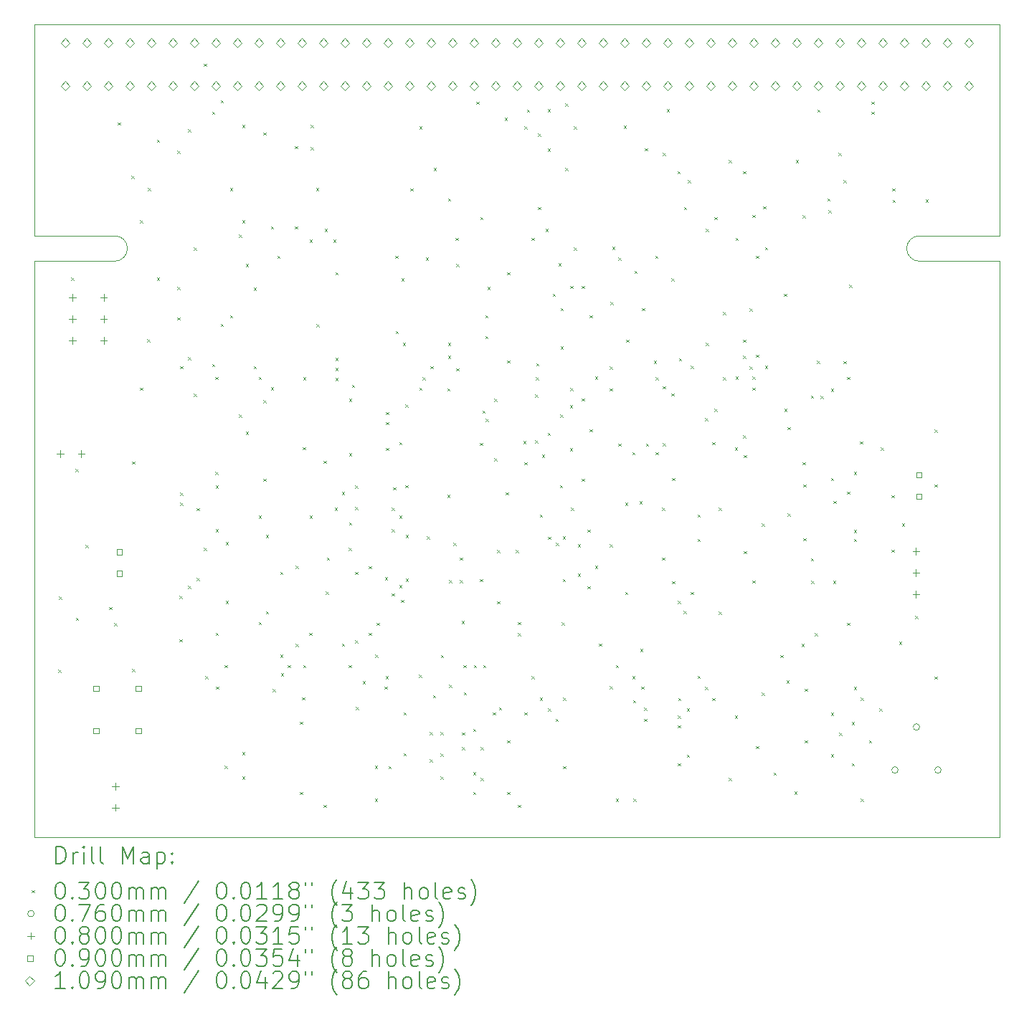
<source format=gbr>
%TF.GenerationSoftware,KiCad,Pcbnew,8.0.3*%
%TF.CreationDate,2024-07-13T21:17:31+02:00*%
%TF.ProjectId,ARIII,41524949-492e-46b6-9963-61645f706362,rev?*%
%TF.SameCoordinates,Original*%
%TF.FileFunction,Drillmap*%
%TF.FilePolarity,Positive*%
%FSLAX45Y45*%
G04 Gerber Fmt 4.5, Leading zero omitted, Abs format (unit mm)*
G04 Created by KiCad (PCBNEW 8.0.3) date 2024-07-13 21:17:31*
%MOMM*%
%LPD*%
G01*
G04 APERTURE LIST*
%ADD10C,0.050000*%
%ADD11C,0.200000*%
%ADD12C,0.100000*%
%ADD13C,0.109000*%
G04 APERTURE END LIST*
D10*
X9390000Y-6190000D02*
G75*
G02*
X9540000Y-6340000I0J-150000D01*
G01*
X8440000Y-3690000D02*
X8440000Y-6190000D01*
X8440000Y-6190000D02*
X9390000Y-6190000D01*
X19840000Y-6490000D02*
X19840000Y-13290000D01*
X19840000Y-3690000D02*
X19840000Y-6190000D01*
X18890000Y-6490000D02*
G75*
G02*
X18740000Y-6340000I0J150000D01*
G01*
X9390000Y-6490000D02*
X8440000Y-6490000D01*
X18890000Y-6190000D02*
X19840000Y-6190000D01*
X9540000Y-6340000D02*
G75*
G02*
X9390000Y-6490000I-150000J0D01*
G01*
X8440000Y-13290000D02*
X19840000Y-13290000D01*
X18740000Y-6340000D02*
G75*
G02*
X18890000Y-6190000I150000J0D01*
G01*
X8440000Y-3690000D02*
X19840000Y-3690000D01*
X8440000Y-6490000D02*
X8440000Y-13290000D01*
X19840000Y-6490000D02*
X18890000Y-6490000D01*
D11*
D12*
X8725000Y-11315000D02*
X8755000Y-11345000D01*
X8755000Y-11315000D02*
X8725000Y-11345000D01*
X8730000Y-10450000D02*
X8760000Y-10480000D01*
X8760000Y-10450000D02*
X8730000Y-10480000D01*
X8875000Y-6685000D02*
X8905000Y-6715000D01*
X8905000Y-6685000D02*
X8875000Y-6715000D01*
X8925000Y-8945000D02*
X8955000Y-8975000D01*
X8955000Y-8945000D02*
X8925000Y-8975000D01*
X8930000Y-10700000D02*
X8960000Y-10730000D01*
X8960000Y-10700000D02*
X8930000Y-10730000D01*
X9045000Y-9840000D02*
X9075000Y-9870000D01*
X9075000Y-9840000D02*
X9045000Y-9870000D01*
X9325000Y-10575000D02*
X9355000Y-10605000D01*
X9355000Y-10575000D02*
X9325000Y-10605000D01*
X9385000Y-10765000D02*
X9415000Y-10795000D01*
X9415000Y-10765000D02*
X9385000Y-10795000D01*
X9425000Y-4850000D02*
X9455000Y-4880000D01*
X9455000Y-4850000D02*
X9425000Y-4880000D01*
X9585000Y-5480000D02*
X9615000Y-5510000D01*
X9615000Y-5480000D02*
X9585000Y-5510000D01*
X9595000Y-8855000D02*
X9625000Y-8885000D01*
X9625000Y-8855000D02*
X9595000Y-8885000D01*
X9595000Y-11305000D02*
X9625000Y-11335000D01*
X9625000Y-11305000D02*
X9595000Y-11335000D01*
X9690000Y-6005000D02*
X9720000Y-6035000D01*
X9720000Y-6005000D02*
X9690000Y-6035000D01*
X9690000Y-7985000D02*
X9720000Y-8015000D01*
X9720000Y-7985000D02*
X9690000Y-8015000D01*
X9773000Y-7413000D02*
X9803000Y-7443000D01*
X9803000Y-7413000D02*
X9773000Y-7443000D01*
X9780000Y-5625000D02*
X9810000Y-5655000D01*
X9810000Y-5625000D02*
X9780000Y-5655000D01*
X9885000Y-5055000D02*
X9915000Y-5085000D01*
X9915000Y-5055000D02*
X9885000Y-5085000D01*
X9885000Y-6685000D02*
X9915000Y-6715000D01*
X9915000Y-6685000D02*
X9885000Y-6715000D01*
X10130000Y-5185000D02*
X10160000Y-5215000D01*
X10160000Y-5185000D02*
X10130000Y-5215000D01*
X10130000Y-6795000D02*
X10160000Y-6825000D01*
X10160000Y-6795000D02*
X10130000Y-6825000D01*
X10130000Y-7155000D02*
X10160000Y-7185000D01*
X10160000Y-7155000D02*
X10130000Y-7185000D01*
X10155000Y-10445000D02*
X10185000Y-10475000D01*
X10185000Y-10445000D02*
X10155000Y-10475000D01*
X10155000Y-10955000D02*
X10185000Y-10985000D01*
X10185000Y-10955000D02*
X10155000Y-10985000D01*
X10160000Y-7730000D02*
X10190000Y-7760000D01*
X10190000Y-7730000D02*
X10160000Y-7760000D01*
X10160000Y-9225000D02*
X10190000Y-9255000D01*
X10190000Y-9225000D02*
X10160000Y-9255000D01*
X10160000Y-9340000D02*
X10190000Y-9370000D01*
X10190000Y-9340000D02*
X10160000Y-9370000D01*
X10255000Y-4930000D02*
X10285000Y-4960000D01*
X10285000Y-4930000D02*
X10255000Y-4960000D01*
X10255000Y-7625000D02*
X10285000Y-7655000D01*
X10285000Y-7625000D02*
X10255000Y-7655000D01*
X10255000Y-10325000D02*
X10285000Y-10355000D01*
X10285000Y-10325000D02*
X10255000Y-10355000D01*
X10325000Y-6330000D02*
X10355000Y-6360000D01*
X10355000Y-6330000D02*
X10325000Y-6360000D01*
X10325000Y-8055000D02*
X10355000Y-8085000D01*
X10355000Y-8055000D02*
X10325000Y-8085000D01*
X10355000Y-9405000D02*
X10385000Y-9435000D01*
X10385000Y-9405000D02*
X10355000Y-9435000D01*
X10355000Y-10230000D02*
X10385000Y-10260000D01*
X10385000Y-10230000D02*
X10355000Y-10260000D01*
X10440000Y-4155000D02*
X10470000Y-4185000D01*
X10470000Y-4155000D02*
X10440000Y-4185000D01*
X10440000Y-9875000D02*
X10470000Y-9905000D01*
X10470000Y-9875000D02*
X10440000Y-9905000D01*
X10460000Y-11390000D02*
X10490000Y-11420000D01*
X10490000Y-11390000D02*
X10460000Y-11420000D01*
X10540000Y-4725000D02*
X10570000Y-4755000D01*
X10570000Y-4725000D02*
X10540000Y-4755000D01*
X10540000Y-7705000D02*
X10570000Y-7735000D01*
X10570000Y-7705000D02*
X10540000Y-7735000D01*
X10575000Y-7855000D02*
X10605000Y-7885000D01*
X10605000Y-7855000D02*
X10575000Y-7885000D01*
X10575000Y-8980000D02*
X10605000Y-9010000D01*
X10605000Y-8980000D02*
X10575000Y-9010000D01*
X10580000Y-9140000D02*
X10610000Y-9170000D01*
X10610000Y-9140000D02*
X10580000Y-9170000D01*
X10580000Y-9655000D02*
X10610000Y-9685000D01*
X10610000Y-9655000D02*
X10580000Y-9685000D01*
X10580000Y-10880000D02*
X10610000Y-10910000D01*
X10610000Y-10880000D02*
X10580000Y-10910000D01*
X10585000Y-11515000D02*
X10615000Y-11545000D01*
X10615000Y-11515000D02*
X10585000Y-11545000D01*
X10640000Y-4590000D02*
X10670000Y-4620000D01*
X10670000Y-4590000D02*
X10640000Y-4620000D01*
X10640000Y-7230000D02*
X10670000Y-7260000D01*
X10670000Y-7230000D02*
X10640000Y-7260000D01*
X10685000Y-11260000D02*
X10715000Y-11290000D01*
X10715000Y-11260000D02*
X10685000Y-11290000D01*
X10685000Y-12450000D02*
X10715000Y-12480000D01*
X10715000Y-12450000D02*
X10685000Y-12480000D01*
X10700000Y-9810000D02*
X10730000Y-9840000D01*
X10730000Y-9810000D02*
X10700000Y-9840000D01*
X10700000Y-10500000D02*
X10730000Y-10530000D01*
X10730000Y-10500000D02*
X10700000Y-10530000D01*
X10750000Y-5625000D02*
X10780000Y-5655000D01*
X10780000Y-5625000D02*
X10750000Y-5655000D01*
X10750000Y-7130000D02*
X10780000Y-7160000D01*
X10780000Y-7130000D02*
X10750000Y-7160000D01*
X10855000Y-6175000D02*
X10885000Y-6205000D01*
X10885000Y-6175000D02*
X10855000Y-6205000D01*
X10855000Y-8300000D02*
X10885000Y-8330000D01*
X10885000Y-8300000D02*
X10855000Y-8330000D01*
X10895000Y-4880000D02*
X10925000Y-4910000D01*
X10925000Y-4880000D02*
X10895000Y-4910000D01*
X10895000Y-6005000D02*
X10925000Y-6035000D01*
X10925000Y-6005000D02*
X10895000Y-6035000D01*
X10895000Y-12290000D02*
X10925000Y-12320000D01*
X10925000Y-12290000D02*
X10895000Y-12320000D01*
X10895000Y-12575000D02*
X10925000Y-12605000D01*
X10925000Y-12575000D02*
X10895000Y-12605000D01*
X10935000Y-6525000D02*
X10965000Y-6555000D01*
X10965000Y-6525000D02*
X10935000Y-6555000D01*
X10935000Y-8505000D02*
X10965000Y-8535000D01*
X10965000Y-8505000D02*
X10935000Y-8535000D01*
X11030000Y-6800000D02*
X11060000Y-6830000D01*
X11060000Y-6800000D02*
X11030000Y-6830000D01*
X11030000Y-7730000D02*
X11060000Y-7760000D01*
X11060000Y-7730000D02*
X11030000Y-7760000D01*
X11090000Y-7855000D02*
X11120000Y-7885000D01*
X11120000Y-7855000D02*
X11090000Y-7885000D01*
X11090000Y-9495000D02*
X11120000Y-9525000D01*
X11120000Y-9495000D02*
X11090000Y-9525000D01*
X11090000Y-10753500D02*
X11120000Y-10783500D01*
X11120000Y-10753500D02*
X11090000Y-10783500D01*
X11145000Y-4970000D02*
X11175000Y-5000000D01*
X11175000Y-4970000D02*
X11145000Y-5000000D01*
X11145000Y-8130000D02*
X11175000Y-8160000D01*
X11175000Y-8130000D02*
X11145000Y-8160000D01*
X11145000Y-9060000D02*
X11175000Y-9090000D01*
X11175000Y-9060000D02*
X11145000Y-9090000D01*
X11175000Y-9725000D02*
X11205000Y-9755000D01*
X11205000Y-9725000D02*
X11175000Y-9755000D01*
X11175000Y-10625000D02*
X11205000Y-10655000D01*
X11205000Y-10625000D02*
X11175000Y-10655000D01*
X11235000Y-6080000D02*
X11265000Y-6110000D01*
X11265000Y-6080000D02*
X11235000Y-6110000D01*
X11235000Y-7980000D02*
X11265000Y-8010000D01*
X11265000Y-7980000D02*
X11235000Y-8010000D01*
X11255000Y-11545000D02*
X11285000Y-11575000D01*
X11285000Y-11545000D02*
X11255000Y-11575000D01*
X11310000Y-6425000D02*
X11340000Y-6455000D01*
X11340000Y-6425000D02*
X11310000Y-6455000D01*
X11345000Y-10160000D02*
X11375000Y-10190000D01*
X11375000Y-10160000D02*
X11345000Y-10190000D01*
X11345000Y-11135000D02*
X11375000Y-11165000D01*
X11375000Y-11135000D02*
X11345000Y-11165000D01*
X11350000Y-11355000D02*
X11380000Y-11385000D01*
X11380000Y-11355000D02*
X11350000Y-11385000D01*
X11430000Y-11260000D02*
X11460000Y-11290000D01*
X11460000Y-11260000D02*
X11430000Y-11290000D01*
X11515000Y-5130000D02*
X11545000Y-5160000D01*
X11545000Y-5130000D02*
X11515000Y-5160000D01*
X11515000Y-6080000D02*
X11545000Y-6110000D01*
X11545000Y-6080000D02*
X11515000Y-6110000D01*
X11525000Y-10085000D02*
X11555000Y-10115000D01*
X11555000Y-10085000D02*
X11525000Y-10115000D01*
X11525000Y-11010000D02*
X11555000Y-11040000D01*
X11555000Y-11010000D02*
X11525000Y-11040000D01*
X11575000Y-11930000D02*
X11605000Y-11960000D01*
X11605000Y-11930000D02*
X11575000Y-11960000D01*
X11575000Y-12760000D02*
X11605000Y-12790000D01*
X11605000Y-12760000D02*
X11575000Y-12790000D01*
X11600000Y-11640000D02*
X11630000Y-11670000D01*
X11630000Y-11640000D02*
X11600000Y-11670000D01*
X11610000Y-8685000D02*
X11640000Y-8715000D01*
X11640000Y-8685000D02*
X11610000Y-8715000D01*
X11615000Y-7860000D02*
X11645000Y-7890000D01*
X11645000Y-7860000D02*
X11615000Y-7890000D01*
X11615000Y-11261500D02*
X11645000Y-11291500D01*
X11645000Y-11261500D02*
X11615000Y-11291500D01*
X11685000Y-10880000D02*
X11715000Y-10910000D01*
X11715000Y-10880000D02*
X11685000Y-10910000D01*
X11690000Y-6235000D02*
X11720000Y-6265000D01*
X11720000Y-6235000D02*
X11690000Y-6265000D01*
X11690000Y-9495000D02*
X11720000Y-9525000D01*
X11720000Y-9495000D02*
X11690000Y-9525000D01*
X11705000Y-4880000D02*
X11735000Y-4910000D01*
X11735000Y-4880000D02*
X11705000Y-4910000D01*
X11705000Y-5145000D02*
X11735000Y-5175000D01*
X11735000Y-5145000D02*
X11705000Y-5175000D01*
X11765000Y-5625000D02*
X11795000Y-5655000D01*
X11795000Y-5625000D02*
X11765000Y-5655000D01*
X11770000Y-7235000D02*
X11800000Y-7265000D01*
X11800000Y-7235000D02*
X11770000Y-7265000D01*
X11855000Y-8845000D02*
X11885000Y-8875000D01*
X11885000Y-8845000D02*
X11855000Y-8875000D01*
X11855000Y-12910000D02*
X11885000Y-12940000D01*
X11885000Y-12910000D02*
X11855000Y-12940000D01*
X11870000Y-6110000D02*
X11900000Y-6140000D01*
X11900000Y-6110000D02*
X11870000Y-6140000D01*
X11880000Y-10390000D02*
X11910000Y-10420000D01*
X11910000Y-10390000D02*
X11880000Y-10420000D01*
X11895000Y-9990000D02*
X11925000Y-10020000D01*
X11925000Y-9990000D02*
X11895000Y-10020000D01*
X11970000Y-6235000D02*
X12000000Y-6265000D01*
X12000000Y-6235000D02*
X11970000Y-6265000D01*
X11985000Y-9400000D02*
X12015000Y-9430000D01*
X12015000Y-9400000D02*
X11985000Y-9430000D01*
X11995000Y-6620000D02*
X12025000Y-6650000D01*
X12025000Y-6620000D02*
X11995000Y-6650000D01*
X11995000Y-7630000D02*
X12025000Y-7660000D01*
X12025000Y-7630000D02*
X11995000Y-7660000D01*
X11995000Y-7750000D02*
X12025000Y-7780000D01*
X12025000Y-7750000D02*
X11995000Y-7780000D01*
X11995000Y-7870000D02*
X12025000Y-7900000D01*
X12025000Y-7870000D02*
X11995000Y-7900000D01*
X12070000Y-9215000D02*
X12100000Y-9245000D01*
X12100000Y-9215000D02*
X12070000Y-9245000D01*
X12070000Y-11005000D02*
X12100000Y-11035000D01*
X12100000Y-11005000D02*
X12070000Y-11035000D01*
X12150000Y-9875000D02*
X12180000Y-9905000D01*
X12180000Y-9875000D02*
X12150000Y-9905000D01*
X12150000Y-11260000D02*
X12180000Y-11290000D01*
X12180000Y-11260000D02*
X12150000Y-11290000D01*
X12155000Y-8115000D02*
X12185000Y-8145000D01*
X12185000Y-8115000D02*
X12155000Y-8145000D01*
X12155000Y-8760000D02*
X12185000Y-8790000D01*
X12185000Y-8760000D02*
X12155000Y-8790000D01*
X12155000Y-9575000D02*
X12185000Y-9605000D01*
X12185000Y-9575000D02*
X12155000Y-9605000D01*
X12190000Y-7950000D02*
X12220000Y-7980000D01*
X12220000Y-7950000D02*
X12190000Y-7980000D01*
X12230000Y-9140000D02*
X12260000Y-9170000D01*
X12260000Y-9140000D02*
X12230000Y-9170000D01*
X12230000Y-9395000D02*
X12260000Y-9425000D01*
X12260000Y-9395000D02*
X12230000Y-9425000D01*
X12230000Y-10160000D02*
X12260000Y-10190000D01*
X12260000Y-10160000D02*
X12230000Y-10190000D01*
X12230000Y-10970000D02*
X12260000Y-11000000D01*
X12260000Y-10970000D02*
X12230000Y-11000000D01*
X12235000Y-11755000D02*
X12265000Y-11785000D01*
X12265000Y-11755000D02*
X12235000Y-11785000D01*
X12315000Y-11450000D02*
X12345000Y-11480000D01*
X12345000Y-11450000D02*
X12315000Y-11480000D01*
X12390000Y-10090000D02*
X12420000Y-10120000D01*
X12420000Y-10090000D02*
X12390000Y-10120000D01*
X12390000Y-10880000D02*
X12420000Y-10910000D01*
X12420000Y-10880000D02*
X12390000Y-10910000D01*
X12460000Y-12450000D02*
X12490000Y-12480000D01*
X12490000Y-12450000D02*
X12460000Y-12480000D01*
X12460000Y-12840000D02*
X12490000Y-12870000D01*
X12490000Y-12840000D02*
X12460000Y-12870000D01*
X12465000Y-11135000D02*
X12495000Y-11165000D01*
X12495000Y-11135000D02*
X12465000Y-11165000D01*
X12480000Y-10760000D02*
X12510000Y-10790000D01*
X12510000Y-10760000D02*
X12480000Y-10790000D01*
X12575000Y-11515000D02*
X12605000Y-11545000D01*
X12605000Y-11515000D02*
X12575000Y-11545000D01*
X12580000Y-10225000D02*
X12610000Y-10255000D01*
X12610000Y-10225000D02*
X12580000Y-10255000D01*
X12586000Y-11389000D02*
X12616000Y-11419000D01*
X12616000Y-11389000D02*
X12586000Y-11419000D01*
X12590000Y-8270000D02*
X12620000Y-8300000D01*
X12620000Y-8270000D02*
X12590000Y-8300000D01*
X12590000Y-8390000D02*
X12620000Y-8420000D01*
X12620000Y-8390000D02*
X12590000Y-8420000D01*
X12590000Y-8695000D02*
X12620000Y-8725000D01*
X12620000Y-8695000D02*
X12590000Y-8725000D01*
X12620000Y-12455000D02*
X12650000Y-12485000D01*
X12650000Y-12455000D02*
X12620000Y-12485000D01*
X12660000Y-9400000D02*
X12690000Y-9430000D01*
X12690000Y-9400000D02*
X12660000Y-9430000D01*
X12660000Y-9655000D02*
X12690000Y-9685000D01*
X12690000Y-9655000D02*
X12660000Y-9685000D01*
X12660000Y-10415000D02*
X12690000Y-10445000D01*
X12690000Y-10415000D02*
X12660000Y-10445000D01*
X12675000Y-9160000D02*
X12705000Y-9190000D01*
X12705000Y-9160000D02*
X12675000Y-9190000D01*
X12700000Y-6425000D02*
X12730000Y-6455000D01*
X12730000Y-6425000D02*
X12700000Y-6455000D01*
X12705000Y-7315000D02*
X12735000Y-7345000D01*
X12735000Y-7315000D02*
X12705000Y-7345000D01*
X12750000Y-8625000D02*
X12780000Y-8655000D01*
X12780000Y-8625000D02*
X12750000Y-8655000D01*
X12750000Y-9495000D02*
X12780000Y-9525000D01*
X12780000Y-9495000D02*
X12750000Y-9525000D01*
X12750000Y-10315000D02*
X12780000Y-10345000D01*
X12780000Y-10315000D02*
X12750000Y-10345000D01*
X12770000Y-10490000D02*
X12800000Y-10520000D01*
X12800000Y-10490000D02*
X12770000Y-10520000D01*
X12775000Y-6690000D02*
X12805000Y-6720000D01*
X12805000Y-6690000D02*
X12775000Y-6720000D01*
X12790000Y-7455000D02*
X12820000Y-7485000D01*
X12820000Y-7455000D02*
X12790000Y-7485000D01*
X12800000Y-11820000D02*
X12830000Y-11850000D01*
X12830000Y-11820000D02*
X12800000Y-11850000D01*
X12800000Y-12300000D02*
X12830000Y-12330000D01*
X12830000Y-12300000D02*
X12800000Y-12330000D01*
X12820000Y-8180000D02*
X12850000Y-8210000D01*
X12850000Y-8180000D02*
X12820000Y-8210000D01*
X12820000Y-9135000D02*
X12850000Y-9165000D01*
X12850000Y-9135000D02*
X12820000Y-9165000D01*
X12825000Y-9725000D02*
X12855000Y-9755000D01*
X12855000Y-9725000D02*
X12825000Y-9755000D01*
X12825000Y-10240000D02*
X12855000Y-10270000D01*
X12855000Y-10240000D02*
X12825000Y-10270000D01*
X12880000Y-5630000D02*
X12910000Y-5660000D01*
X12910000Y-5630000D02*
X12880000Y-5660000D01*
X12980000Y-11375000D02*
X13010000Y-11405000D01*
X13010000Y-11375000D02*
X12980000Y-11405000D01*
X12985000Y-4895000D02*
X13015000Y-4925000D01*
X13015000Y-4895000D02*
X12985000Y-4925000D01*
X12985000Y-7985000D02*
X13015000Y-8015000D01*
X13015000Y-7985000D02*
X12985000Y-8015000D01*
X13025000Y-7860000D02*
X13055000Y-7890000D01*
X13055000Y-7860000D02*
X13025000Y-7890000D01*
X13060000Y-6445000D02*
X13090000Y-6475000D01*
X13090000Y-6445000D02*
X13060000Y-6475000D01*
X13075000Y-9740000D02*
X13105000Y-9770000D01*
X13105000Y-9740000D02*
X13075000Y-9770000D01*
X13110000Y-12050000D02*
X13140000Y-12080000D01*
X13140000Y-12050000D02*
X13110000Y-12080000D01*
X13110000Y-12375000D02*
X13140000Y-12405000D01*
X13140000Y-12375000D02*
X13110000Y-12405000D01*
X13115000Y-7730000D02*
X13145000Y-7760000D01*
X13145000Y-7730000D02*
X13115000Y-7760000D01*
X13145000Y-11615000D02*
X13175000Y-11645000D01*
X13175000Y-11615000D02*
X13145000Y-11645000D01*
X13155000Y-5390000D02*
X13185000Y-5420000D01*
X13185000Y-5390000D02*
X13155000Y-5420000D01*
X13235000Y-12050000D02*
X13265000Y-12080000D01*
X13265000Y-12050000D02*
X13235000Y-12080000D01*
X13235000Y-12305000D02*
X13265000Y-12335000D01*
X13265000Y-12305000D02*
X13235000Y-12335000D01*
X13235000Y-12575000D02*
X13265000Y-12605000D01*
X13265000Y-12575000D02*
X13235000Y-12605000D01*
X13240000Y-11140000D02*
X13270000Y-11170000D01*
X13270000Y-11140000D02*
X13240000Y-11170000D01*
X13315000Y-7990000D02*
X13345000Y-8020000D01*
X13345000Y-7990000D02*
X13315000Y-8020000D01*
X13315000Y-9250000D02*
X13345000Y-9280000D01*
X13345000Y-9250000D02*
X13315000Y-9280000D01*
X13325000Y-5750000D02*
X13355000Y-5780000D01*
X13355000Y-5750000D02*
X13325000Y-5780000D01*
X13325000Y-7455000D02*
X13355000Y-7485000D01*
X13355000Y-7455000D02*
X13325000Y-7485000D01*
X13325000Y-7605000D02*
X13355000Y-7635000D01*
X13355000Y-7605000D02*
X13325000Y-7635000D01*
X13335000Y-10255000D02*
X13365000Y-10285000D01*
X13365000Y-10255000D02*
X13335000Y-10285000D01*
X13335000Y-11495000D02*
X13365000Y-11525000D01*
X13365000Y-11495000D02*
X13335000Y-11525000D01*
X13390000Y-9815000D02*
X13420000Y-9845000D01*
X13420000Y-9815000D02*
X13390000Y-9845000D01*
X13415000Y-6215000D02*
X13445000Y-6245000D01*
X13445000Y-6215000D02*
X13415000Y-6245000D01*
X13420000Y-6525000D02*
X13450000Y-6555000D01*
X13450000Y-6525000D02*
X13420000Y-6555000D01*
X13420000Y-7755000D02*
X13450000Y-7785000D01*
X13450000Y-7755000D02*
X13420000Y-7785000D01*
X13465000Y-9990000D02*
X13495000Y-10020000D01*
X13495000Y-9990000D02*
X13465000Y-10020000D01*
X13465000Y-10255000D02*
X13495000Y-10285000D01*
X13495000Y-10255000D02*
X13465000Y-10285000D01*
X13485000Y-10740000D02*
X13515000Y-10770000D01*
X13515000Y-10740000D02*
X13485000Y-10770000D01*
X13490000Y-12055000D02*
X13520000Y-12085000D01*
X13520000Y-12055000D02*
X13490000Y-12085000D01*
X13490000Y-12230000D02*
X13520000Y-12260000D01*
X13520000Y-12230000D02*
X13490000Y-12260000D01*
X13505000Y-11260000D02*
X13535000Y-11290000D01*
X13535000Y-11260000D02*
X13505000Y-11290000D01*
X13510000Y-11580000D02*
X13540000Y-11610000D01*
X13540000Y-11580000D02*
X13510000Y-11610000D01*
X13619000Y-12015000D02*
X13649000Y-12045000D01*
X13649000Y-12015000D02*
X13619000Y-12045000D01*
X13620000Y-12525000D02*
X13650000Y-12555000D01*
X13650000Y-12525000D02*
X13620000Y-12555000D01*
X13620000Y-12760000D02*
X13650000Y-12790000D01*
X13650000Y-12760000D02*
X13620000Y-12790000D01*
X13630000Y-11260000D02*
X13660000Y-11290000D01*
X13660000Y-11260000D02*
X13630000Y-11290000D01*
X13660000Y-4605000D02*
X13690000Y-4635000D01*
X13690000Y-4605000D02*
X13660000Y-4635000D01*
X13700000Y-8635000D02*
X13730000Y-8665000D01*
X13730000Y-8635000D02*
X13700000Y-8665000D01*
X13700000Y-10245000D02*
X13730000Y-10275000D01*
X13730000Y-10245000D02*
X13700000Y-10275000D01*
X13705000Y-5970000D02*
X13735000Y-6000000D01*
X13735000Y-5970000D02*
X13705000Y-6000000D01*
X13710000Y-12230000D02*
X13740000Y-12260000D01*
X13740000Y-12230000D02*
X13710000Y-12260000D01*
X13710000Y-12595000D02*
X13740000Y-12625000D01*
X13740000Y-12595000D02*
X13710000Y-12625000D01*
X13730000Y-8255000D02*
X13760000Y-8285000D01*
X13760000Y-8255000D02*
X13730000Y-8285000D01*
X13740000Y-11260000D02*
X13770000Y-11290000D01*
X13770000Y-11260000D02*
X13740000Y-11290000D01*
X13765000Y-7130000D02*
X13795000Y-7160000D01*
X13795000Y-7130000D02*
X13765000Y-7160000D01*
X13765000Y-7375000D02*
X13795000Y-7405000D01*
X13795000Y-7375000D02*
X13765000Y-7405000D01*
X13770000Y-8350000D02*
X13800000Y-8380000D01*
X13800000Y-8350000D02*
X13770000Y-8380000D01*
X13790000Y-6795000D02*
X13820000Y-6825000D01*
X13820000Y-6795000D02*
X13790000Y-6825000D01*
X13855000Y-11820000D02*
X13885000Y-11850000D01*
X13885000Y-11820000D02*
X13855000Y-11850000D01*
X13870000Y-8115000D02*
X13900000Y-8145000D01*
X13900000Y-8115000D02*
X13870000Y-8145000D01*
X13870000Y-8815000D02*
X13900000Y-8845000D01*
X13900000Y-8815000D02*
X13870000Y-8845000D01*
X13905000Y-9900000D02*
X13935000Y-9930000D01*
X13935000Y-9900000D02*
X13905000Y-9930000D01*
X13905000Y-10505000D02*
X13935000Y-10535000D01*
X13935000Y-10505000D02*
X13905000Y-10535000D01*
X13925000Y-11760000D02*
X13955000Y-11790000D01*
X13955000Y-11760000D02*
X13925000Y-11790000D01*
X13995000Y-4795000D02*
X14025000Y-4825000D01*
X14025000Y-4795000D02*
X13995000Y-4825000D01*
X14005000Y-9220000D02*
X14035000Y-9250000D01*
X14035000Y-9220000D02*
X14005000Y-9250000D01*
X14025000Y-6620000D02*
X14055000Y-6650000D01*
X14055000Y-6620000D02*
X14025000Y-6650000D01*
X14025000Y-7660000D02*
X14055000Y-7690000D01*
X14055000Y-7660000D02*
X14025000Y-7690000D01*
X14025000Y-12150000D02*
X14055000Y-12180000D01*
X14055000Y-12150000D02*
X14025000Y-12180000D01*
X14025000Y-12760000D02*
X14055000Y-12790000D01*
X14055000Y-12760000D02*
X14025000Y-12790000D01*
X14125000Y-9900000D02*
X14155000Y-9930000D01*
X14155000Y-9900000D02*
X14125000Y-9930000D01*
X14150000Y-10750000D02*
X14180000Y-10780000D01*
X14180000Y-10750000D02*
X14150000Y-10780000D01*
X14150000Y-10885000D02*
X14180000Y-10915000D01*
X14180000Y-10885000D02*
X14150000Y-10915000D01*
X14150000Y-12910000D02*
X14180000Y-12940000D01*
X14180000Y-12910000D02*
X14150000Y-12940000D01*
X14215000Y-8615000D02*
X14245000Y-8645000D01*
X14245000Y-8615000D02*
X14215000Y-8645000D01*
X14225000Y-4895000D02*
X14255000Y-4925000D01*
X14255000Y-4895000D02*
X14225000Y-4925000D01*
X14225000Y-8865000D02*
X14255000Y-8895000D01*
X14255000Y-8865000D02*
X14225000Y-8895000D01*
X14225000Y-11820000D02*
X14255000Y-11850000D01*
X14255000Y-11820000D02*
X14225000Y-11850000D01*
X14255000Y-4700000D02*
X14285000Y-4730000D01*
X14285000Y-4700000D02*
X14255000Y-4730000D01*
X14310000Y-6215000D02*
X14340000Y-6245000D01*
X14340000Y-6215000D02*
X14310000Y-6245000D01*
X14310000Y-11390000D02*
X14340000Y-11420000D01*
X14340000Y-11390000D02*
X14310000Y-11420000D01*
X14355000Y-8065000D02*
X14385000Y-8095000D01*
X14385000Y-8065000D02*
X14355000Y-8095000D01*
X14355000Y-8605000D02*
X14385000Y-8635000D01*
X14385000Y-8605000D02*
X14355000Y-8635000D01*
X14360000Y-7860000D02*
X14390000Y-7890000D01*
X14390000Y-7860000D02*
X14360000Y-7890000D01*
X14365000Y-7695000D02*
X14395000Y-7725000D01*
X14395000Y-7695000D02*
X14365000Y-7725000D01*
X14385000Y-4980000D02*
X14415000Y-5010000D01*
X14415000Y-4980000D02*
X14385000Y-5010000D01*
X14385000Y-5850000D02*
X14415000Y-5880000D01*
X14415000Y-5850000D02*
X14385000Y-5880000D01*
X14410000Y-9480000D02*
X14440000Y-9510000D01*
X14440000Y-9480000D02*
X14410000Y-9510000D01*
X14410000Y-11645000D02*
X14440000Y-11675000D01*
X14440000Y-11645000D02*
X14410000Y-11675000D01*
X14435000Y-8775000D02*
X14465000Y-8805000D01*
X14465000Y-8775000D02*
X14435000Y-8805000D01*
X14475000Y-6110000D02*
X14505000Y-6140000D01*
X14505000Y-6110000D02*
X14475000Y-6140000D01*
X14500000Y-4695000D02*
X14530000Y-4725000D01*
X14530000Y-4695000D02*
X14500000Y-4725000D01*
X14500000Y-5160000D02*
X14530000Y-5190000D01*
X14530000Y-5160000D02*
X14500000Y-5190000D01*
X14500000Y-8515000D02*
X14530000Y-8545000D01*
X14530000Y-8515000D02*
X14500000Y-8545000D01*
X14505000Y-9745000D02*
X14535000Y-9775000D01*
X14535000Y-9745000D02*
X14505000Y-9775000D01*
X14505000Y-11770000D02*
X14535000Y-11800000D01*
X14535000Y-11770000D02*
X14505000Y-11800000D01*
X14560000Y-6875000D02*
X14590000Y-6905000D01*
X14590000Y-6875000D02*
X14560000Y-6905000D01*
X14595000Y-11895000D02*
X14625000Y-11925000D01*
X14625000Y-11895000D02*
X14595000Y-11925000D01*
X14600000Y-9815000D02*
X14630000Y-9845000D01*
X14630000Y-9815000D02*
X14600000Y-9845000D01*
X14630000Y-6515000D02*
X14660000Y-6545000D01*
X14660000Y-6515000D02*
X14630000Y-6545000D01*
X14645000Y-9135000D02*
X14675000Y-9165000D01*
X14675000Y-9135000D02*
X14645000Y-9165000D01*
X14650000Y-8300000D02*
X14680000Y-8330000D01*
X14680000Y-8300000D02*
X14650000Y-8330000D01*
X14655000Y-7045000D02*
X14685000Y-7075000D01*
X14685000Y-7045000D02*
X14655000Y-7075000D01*
X14655000Y-7495000D02*
X14685000Y-7525000D01*
X14685000Y-7495000D02*
X14655000Y-7525000D01*
X14665000Y-10755000D02*
X14695000Y-10785000D01*
X14695000Y-10755000D02*
X14665000Y-10785000D01*
X14680000Y-9740000D02*
X14710000Y-9770000D01*
X14710000Y-9740000D02*
X14680000Y-9770000D01*
X14680000Y-10245000D02*
X14710000Y-10275000D01*
X14710000Y-10245000D02*
X14680000Y-10275000D01*
X14685000Y-11645000D02*
X14715000Y-11675000D01*
X14715000Y-11645000D02*
X14685000Y-11675000D01*
X14685000Y-12455000D02*
X14715000Y-12485000D01*
X14715000Y-12455000D02*
X14685000Y-12485000D01*
X14710000Y-4625000D02*
X14740000Y-4655000D01*
X14740000Y-4625000D02*
X14710000Y-4655000D01*
X14710000Y-5390000D02*
X14740000Y-5420000D01*
X14740000Y-5390000D02*
X14710000Y-5420000D01*
X14765000Y-8190000D02*
X14795000Y-8220000D01*
X14795000Y-8190000D02*
X14765000Y-8220000D01*
X14765000Y-8700000D02*
X14795000Y-8730000D01*
X14795000Y-8700000D02*
X14765000Y-8730000D01*
X14770000Y-6780000D02*
X14800000Y-6810000D01*
X14800000Y-6780000D02*
X14770000Y-6810000D01*
X14770000Y-7987000D02*
X14800000Y-8017000D01*
X14800000Y-7987000D02*
X14770000Y-8017000D01*
X14775000Y-9400000D02*
X14805000Y-9430000D01*
X14805000Y-9400000D02*
X14775000Y-9430000D01*
X14810000Y-4895000D02*
X14840000Y-4925000D01*
X14840000Y-4895000D02*
X14810000Y-4925000D01*
X14810000Y-6330000D02*
X14840000Y-6360000D01*
X14840000Y-6330000D02*
X14810000Y-6360000D01*
X14855000Y-9835000D02*
X14885000Y-9865000D01*
X14885000Y-9835000D02*
X14855000Y-9865000D01*
X14855000Y-10180000D02*
X14885000Y-10210000D01*
X14885000Y-10180000D02*
X14855000Y-10210000D01*
X14905000Y-6780000D02*
X14935000Y-6810000D01*
X14935000Y-6780000D02*
X14905000Y-6810000D01*
X14905000Y-8110000D02*
X14935000Y-8140000D01*
X14935000Y-8110000D02*
X14905000Y-8140000D01*
X14905000Y-9060000D02*
X14935000Y-9090000D01*
X14935000Y-9060000D02*
X14905000Y-9090000D01*
X14970000Y-9660000D02*
X15000000Y-9690000D01*
X15000000Y-9660000D02*
X14970000Y-9690000D01*
X14970000Y-10330000D02*
X15000000Y-10360000D01*
X15000000Y-10330000D02*
X14970000Y-10360000D01*
X14995000Y-7130000D02*
X15025000Y-7160000D01*
X15025000Y-7130000D02*
X14995000Y-7160000D01*
X14995000Y-8475000D02*
X15025000Y-8505000D01*
X15025000Y-8475000D02*
X14995000Y-8505000D01*
X15060000Y-7850000D02*
X15090000Y-7880000D01*
X15090000Y-7850000D02*
X15060000Y-7880000D01*
X15060000Y-10085000D02*
X15090000Y-10115000D01*
X15090000Y-10085000D02*
X15060000Y-10115000D01*
X15105000Y-11005000D02*
X15135000Y-11035000D01*
X15135000Y-11005000D02*
X15105000Y-11035000D01*
X15235000Y-7735000D02*
X15265000Y-7765000D01*
X15265000Y-7735000D02*
X15235000Y-7765000D01*
X15235000Y-7990000D02*
X15265000Y-8020000D01*
X15265000Y-7990000D02*
X15235000Y-8020000D01*
X15235000Y-9835000D02*
X15265000Y-9865000D01*
X15265000Y-9835000D02*
X15235000Y-9865000D01*
X15235000Y-11510000D02*
X15265000Y-11540000D01*
X15265000Y-11510000D02*
X15235000Y-11540000D01*
X15240000Y-6970000D02*
X15270000Y-7000000D01*
X15270000Y-6970000D02*
X15240000Y-7000000D01*
X15265000Y-6320000D02*
X15295000Y-6350000D01*
X15295000Y-6320000D02*
X15265000Y-6350000D01*
X15305000Y-11260000D02*
X15335000Y-11290000D01*
X15335000Y-11260000D02*
X15305000Y-11290000D01*
X15305000Y-12840000D02*
X15335000Y-12870000D01*
X15335000Y-12840000D02*
X15305000Y-12870000D01*
X15335000Y-6445000D02*
X15365000Y-6475000D01*
X15365000Y-6445000D02*
X15335000Y-6475000D01*
X15335000Y-8645000D02*
X15365000Y-8675000D01*
X15365000Y-8645000D02*
X15335000Y-8675000D01*
X15400000Y-4890000D02*
X15430000Y-4920000D01*
X15430000Y-4890000D02*
X15400000Y-4920000D01*
X15415000Y-9340000D02*
X15445000Y-9370000D01*
X15445000Y-9340000D02*
X15415000Y-9370000D01*
X15415000Y-10395000D02*
X15445000Y-10425000D01*
X15445000Y-10395000D02*
X15415000Y-10425000D01*
X15430000Y-7415000D02*
X15460000Y-7445000D01*
X15460000Y-7415000D02*
X15430000Y-7445000D01*
X15500000Y-8745000D02*
X15530000Y-8775000D01*
X15530000Y-8745000D02*
X15500000Y-8775000D01*
X15500000Y-11390000D02*
X15530000Y-11420000D01*
X15530000Y-11390000D02*
X15500000Y-11420000D01*
X15510000Y-11675000D02*
X15540000Y-11705000D01*
X15540000Y-11675000D02*
X15510000Y-11705000D01*
X15515000Y-12840000D02*
X15545000Y-12870000D01*
X15545000Y-12840000D02*
X15515000Y-12870000D01*
X15525000Y-6605000D02*
X15555000Y-6635000D01*
X15555000Y-6605000D02*
X15525000Y-6635000D01*
X15585000Y-9325000D02*
X15615000Y-9355000D01*
X15615000Y-9325000D02*
X15585000Y-9355000D01*
X15595000Y-11070000D02*
X15625000Y-11100000D01*
X15625000Y-11070000D02*
X15595000Y-11100000D01*
X15605000Y-11515000D02*
X15635000Y-11545000D01*
X15635000Y-11515000D02*
X15605000Y-11545000D01*
X15615000Y-7045000D02*
X15645000Y-7075000D01*
X15645000Y-7045000D02*
X15615000Y-7075000D01*
X15640000Y-11765000D02*
X15670000Y-11795000D01*
X15670000Y-11765000D02*
X15640000Y-11795000D01*
X15640000Y-11895000D02*
X15670000Y-11925000D01*
X15670000Y-11895000D02*
X15640000Y-11925000D01*
X15650000Y-5155000D02*
X15680000Y-5185000D01*
X15680000Y-5155000D02*
X15650000Y-5185000D01*
X15660000Y-8645000D02*
X15690000Y-8675000D01*
X15690000Y-8645000D02*
X15660000Y-8675000D01*
X15755000Y-7665000D02*
X15785000Y-7695000D01*
X15785000Y-7665000D02*
X15755000Y-7695000D01*
X15770000Y-6425000D02*
X15800000Y-6455000D01*
X15800000Y-6425000D02*
X15770000Y-6455000D01*
X15775000Y-7860000D02*
X15805000Y-7890000D01*
X15805000Y-7860000D02*
X15775000Y-7890000D01*
X15775000Y-8745000D02*
X15805000Y-8775000D01*
X15805000Y-8745000D02*
X15775000Y-8775000D01*
X15850000Y-9400000D02*
X15880000Y-9430000D01*
X15880000Y-9400000D02*
X15850000Y-9430000D01*
X15850000Y-9990000D02*
X15880000Y-10020000D01*
X15880000Y-9990000D02*
X15850000Y-10020000D01*
X15860000Y-5210000D02*
X15890000Y-5240000D01*
X15890000Y-5210000D02*
X15860000Y-5240000D01*
X15860000Y-7965000D02*
X15890000Y-7995000D01*
X15890000Y-7965000D02*
X15860000Y-7995000D01*
X15860000Y-8640000D02*
X15890000Y-8670000D01*
X15890000Y-8640000D02*
X15860000Y-8670000D01*
X15905000Y-4695000D02*
X15935000Y-4725000D01*
X15935000Y-4695000D02*
X15905000Y-4725000D01*
X15960000Y-6690000D02*
X15990000Y-6720000D01*
X15990000Y-6690000D02*
X15960000Y-6720000D01*
X15960000Y-8050000D02*
X15990000Y-8080000D01*
X15990000Y-8050000D02*
X15960000Y-8080000D01*
X15970000Y-9050000D02*
X16000000Y-9080000D01*
X16000000Y-9050000D02*
X15970000Y-9080000D01*
X15970000Y-10270000D02*
X16000000Y-10300000D01*
X16000000Y-10270000D02*
X15970000Y-10300000D01*
X16035000Y-5425000D02*
X16065000Y-5455000D01*
X16065000Y-5425000D02*
X16035000Y-5455000D01*
X16040000Y-10500000D02*
X16070000Y-10530000D01*
X16070000Y-10500000D02*
X16040000Y-10530000D01*
X16040000Y-11855000D02*
X16070000Y-11885000D01*
X16070000Y-11855000D02*
X16040000Y-11885000D01*
X16040000Y-11970000D02*
X16070000Y-12000000D01*
X16070000Y-11970000D02*
X16040000Y-12000000D01*
X16040000Y-12420000D02*
X16070000Y-12450000D01*
X16070000Y-12420000D02*
X16040000Y-12450000D01*
X16043000Y-11648000D02*
X16073000Y-11678000D01*
X16073000Y-11648000D02*
X16043000Y-11678000D01*
X16050000Y-7635000D02*
X16080000Y-7665000D01*
X16080000Y-7635000D02*
X16050000Y-7665000D01*
X16105000Y-10620000D02*
X16135000Y-10650000D01*
X16135000Y-10620000D02*
X16105000Y-10650000D01*
X16110000Y-5850000D02*
X16140000Y-5880000D01*
X16140000Y-5850000D02*
X16110000Y-5880000D01*
X16145000Y-11770000D02*
X16175000Y-11800000D01*
X16175000Y-11770000D02*
X16145000Y-11800000D01*
X16145000Y-12320000D02*
X16175000Y-12350000D01*
X16175000Y-12320000D02*
X16145000Y-12350000D01*
X16155000Y-5530000D02*
X16185000Y-5560000D01*
X16185000Y-5530000D02*
X16155000Y-5560000D01*
X16190000Y-7725000D02*
X16220000Y-7755000D01*
X16220000Y-7725000D02*
X16190000Y-7755000D01*
X16190000Y-10395000D02*
X16220000Y-10425000D01*
X16220000Y-10395000D02*
X16190000Y-10425000D01*
X16270000Y-9480000D02*
X16300000Y-9510000D01*
X16300000Y-9480000D02*
X16270000Y-9510000D01*
X16270000Y-9770000D02*
X16300000Y-9800000D01*
X16300000Y-9770000D02*
X16270000Y-9800000D01*
X16270000Y-11385000D02*
X16300000Y-11415000D01*
X16300000Y-11385000D02*
X16270000Y-11415000D01*
X16360000Y-8345000D02*
X16390000Y-8375000D01*
X16390000Y-8345000D02*
X16360000Y-8375000D01*
X16360000Y-11520000D02*
X16390000Y-11550000D01*
X16390000Y-11520000D02*
X16360000Y-11550000D01*
X16370000Y-6110000D02*
X16400000Y-6140000D01*
X16400000Y-6110000D02*
X16370000Y-6140000D01*
X16370000Y-7455000D02*
X16400000Y-7485000D01*
X16400000Y-7455000D02*
X16370000Y-7485000D01*
X16445000Y-8625000D02*
X16475000Y-8655000D01*
X16475000Y-8625000D02*
X16445000Y-8655000D01*
X16445000Y-11650000D02*
X16475000Y-11680000D01*
X16475000Y-11650000D02*
X16445000Y-11680000D01*
X16470000Y-5970000D02*
X16500000Y-6000000D01*
X16500000Y-5970000D02*
X16470000Y-6000000D01*
X16470000Y-8235000D02*
X16500000Y-8265000D01*
X16500000Y-8235000D02*
X16470000Y-8265000D01*
X16520000Y-9400000D02*
X16550000Y-9430000D01*
X16550000Y-9400000D02*
X16520000Y-9430000D01*
X16520000Y-10630000D02*
X16550000Y-10660000D01*
X16550000Y-10630000D02*
X16520000Y-10660000D01*
X16570000Y-7090000D02*
X16600000Y-7120000D01*
X16600000Y-7090000D02*
X16570000Y-7120000D01*
X16570000Y-7860000D02*
X16600000Y-7890000D01*
X16600000Y-7860000D02*
X16570000Y-7890000D01*
X16640000Y-5295000D02*
X16670000Y-5325000D01*
X16670000Y-5295000D02*
X16640000Y-5325000D01*
X16640000Y-12595000D02*
X16670000Y-12625000D01*
X16670000Y-12595000D02*
X16640000Y-12625000D01*
X16710000Y-8690000D02*
X16740000Y-8720000D01*
X16740000Y-8690000D02*
X16710000Y-8720000D01*
X16710000Y-11855000D02*
X16740000Y-11885000D01*
X16740000Y-11855000D02*
X16710000Y-11885000D01*
X16720000Y-6215000D02*
X16750000Y-6245000D01*
X16750000Y-6215000D02*
X16720000Y-6245000D01*
X16720000Y-7850000D02*
X16750000Y-7880000D01*
X16750000Y-7850000D02*
X16720000Y-7880000D01*
X16810000Y-5425000D02*
X16840000Y-5455000D01*
X16840000Y-5425000D02*
X16810000Y-5455000D01*
X16810000Y-7415000D02*
X16840000Y-7445000D01*
X16840000Y-7415000D02*
X16810000Y-7445000D01*
X16810000Y-7605000D02*
X16840000Y-7635000D01*
X16840000Y-7605000D02*
X16810000Y-7635000D01*
X16810000Y-8545000D02*
X16840000Y-8575000D01*
X16840000Y-8545000D02*
X16810000Y-8575000D01*
X16815000Y-8780000D02*
X16845000Y-8810000D01*
X16845000Y-8780000D02*
X16815000Y-8810000D01*
X16815000Y-9915000D02*
X16845000Y-9945000D01*
X16845000Y-9915000D02*
X16815000Y-9945000D01*
X16885000Y-7050000D02*
X16915000Y-7080000D01*
X16915000Y-7050000D02*
X16885000Y-7080000D01*
X16885000Y-7735000D02*
X16915000Y-7765000D01*
X16915000Y-7735000D02*
X16885000Y-7765000D01*
X16919000Y-5941000D02*
X16949000Y-5971000D01*
X16949000Y-5941000D02*
X16919000Y-5971000D01*
X16920000Y-7850000D02*
X16950000Y-7880000D01*
X16950000Y-7850000D02*
X16920000Y-7880000D01*
X16920000Y-7985000D02*
X16950000Y-8015000D01*
X16950000Y-7985000D02*
X16920000Y-8015000D01*
X16920000Y-10260000D02*
X16950000Y-10290000D01*
X16950000Y-10260000D02*
X16920000Y-10290000D01*
X16960000Y-6425000D02*
X16990000Y-6455000D01*
X16990000Y-6425000D02*
X16960000Y-6455000D01*
X16960000Y-7595000D02*
X16990000Y-7625000D01*
X16990000Y-7595000D02*
X16960000Y-7625000D01*
X16960000Y-12215000D02*
X16990000Y-12245000D01*
X16990000Y-12215000D02*
X16960000Y-12245000D01*
X17030000Y-9590000D02*
X17060000Y-9620000D01*
X17060000Y-9590000D02*
X17030000Y-9620000D01*
X17030000Y-11585000D02*
X17060000Y-11615000D01*
X17060000Y-11585000D02*
X17030000Y-11615000D01*
X17045000Y-5840000D02*
X17075000Y-5870000D01*
X17075000Y-5840000D02*
X17045000Y-5870000D01*
X17065000Y-6325000D02*
X17095000Y-6355000D01*
X17095000Y-6325000D02*
X17065000Y-6355000D01*
X17065000Y-7725000D02*
X17095000Y-7755000D01*
X17095000Y-7725000D02*
X17065000Y-7755000D01*
X17170000Y-12530000D02*
X17200000Y-12560000D01*
X17200000Y-12530000D02*
X17170000Y-12560000D01*
X17250000Y-11140000D02*
X17280000Y-11170000D01*
X17280000Y-11140000D02*
X17250000Y-11170000D01*
X17290000Y-6875000D02*
X17320000Y-6905000D01*
X17320000Y-6875000D02*
X17290000Y-6905000D01*
X17295000Y-8235000D02*
X17325000Y-8265000D01*
X17325000Y-8235000D02*
X17295000Y-8265000D01*
X17320000Y-11440000D02*
X17350000Y-11470000D01*
X17350000Y-11440000D02*
X17320000Y-11470000D01*
X17335000Y-8450000D02*
X17365000Y-8480000D01*
X17365000Y-8450000D02*
X17335000Y-8480000D01*
X17335000Y-9470000D02*
X17365000Y-9500000D01*
X17365000Y-9470000D02*
X17335000Y-9500000D01*
X17415000Y-12755000D02*
X17445000Y-12785000D01*
X17445000Y-12755000D02*
X17415000Y-12785000D01*
X17430000Y-5295000D02*
X17460000Y-5325000D01*
X17460000Y-5295000D02*
X17430000Y-5325000D01*
X17500000Y-11010000D02*
X17530000Y-11040000D01*
X17530000Y-11010000D02*
X17500000Y-11040000D01*
X17510000Y-5945000D02*
X17540000Y-5975000D01*
X17540000Y-5945000D02*
X17510000Y-5975000D01*
X17510000Y-8865000D02*
X17540000Y-8895000D01*
X17540000Y-8865000D02*
X17510000Y-8895000D01*
X17520000Y-9125000D02*
X17550000Y-9155000D01*
X17550000Y-9125000D02*
X17520000Y-9155000D01*
X17520000Y-9760000D02*
X17550000Y-9790000D01*
X17550000Y-9760000D02*
X17520000Y-9790000D01*
X17535000Y-11540000D02*
X17565000Y-11570000D01*
X17565000Y-11540000D02*
X17535000Y-11570000D01*
X17535000Y-12150000D02*
X17565000Y-12180000D01*
X17565000Y-12150000D02*
X17535000Y-12180000D01*
X17607500Y-8077500D02*
X17637500Y-8107500D01*
X17637500Y-8077500D02*
X17607500Y-8107500D01*
X17610000Y-10000000D02*
X17640000Y-10030000D01*
X17640000Y-10000000D02*
X17610000Y-10030000D01*
X17615000Y-10265000D02*
X17645000Y-10295000D01*
X17645000Y-10265000D02*
X17615000Y-10295000D01*
X17655000Y-10885000D02*
X17685000Y-10915000D01*
X17685000Y-10885000D02*
X17655000Y-10915000D01*
X17680000Y-7665000D02*
X17710000Y-7695000D01*
X17710000Y-7665000D02*
X17680000Y-7695000D01*
X17685000Y-4700000D02*
X17715000Y-4730000D01*
X17715000Y-4700000D02*
X17685000Y-4730000D01*
X17725000Y-8080000D02*
X17755000Y-8110000D01*
X17755000Y-8080000D02*
X17725000Y-8110000D01*
X17805000Y-5750000D02*
X17835000Y-5780000D01*
X17835000Y-5750000D02*
X17805000Y-5780000D01*
X17815000Y-5890000D02*
X17845000Y-5920000D01*
X17845000Y-5890000D02*
X17815000Y-5920000D01*
X17845000Y-7995000D02*
X17875000Y-8025000D01*
X17875000Y-7995000D02*
X17845000Y-8025000D01*
X17845000Y-9050000D02*
X17875000Y-9080000D01*
X17875000Y-9050000D02*
X17845000Y-9080000D01*
X17845000Y-11825000D02*
X17875000Y-11855000D01*
X17875000Y-11825000D02*
X17845000Y-11855000D01*
X17845000Y-12315000D02*
X17875000Y-12345000D01*
X17875000Y-12315000D02*
X17845000Y-12345000D01*
X17870000Y-10265000D02*
X17900000Y-10295000D01*
X17900000Y-10265000D02*
X17870000Y-10295000D01*
X17875000Y-9320000D02*
X17905000Y-9350000D01*
X17905000Y-9320000D02*
X17875000Y-9350000D01*
X17935000Y-5210000D02*
X17965000Y-5240000D01*
X17965000Y-5210000D02*
X17935000Y-5240000D01*
X17945000Y-12060000D02*
X17975000Y-12090000D01*
X17975000Y-12060000D02*
X17945000Y-12090000D01*
X17995000Y-5530000D02*
X18025000Y-5560000D01*
X18025000Y-5530000D02*
X17995000Y-5560000D01*
X17995000Y-7670000D02*
X18025000Y-7700000D01*
X18025000Y-7670000D02*
X17995000Y-7700000D01*
X18035000Y-7855000D02*
X18065000Y-7885000D01*
X18065000Y-7855000D02*
X18035000Y-7885000D01*
X18035000Y-9210000D02*
X18065000Y-9240000D01*
X18065000Y-9210000D02*
X18035000Y-9240000D01*
X18035000Y-10760000D02*
X18065000Y-10790000D01*
X18065000Y-10760000D02*
X18035000Y-10790000D01*
X18060000Y-6770000D02*
X18090000Y-6800000D01*
X18090000Y-6770000D02*
X18060000Y-6800000D01*
X18090000Y-11935000D02*
X18120000Y-11965000D01*
X18120000Y-11935000D02*
X18090000Y-11965000D01*
X18090000Y-12420000D02*
X18120000Y-12450000D01*
X18120000Y-12420000D02*
X18090000Y-12450000D01*
X18115000Y-8980000D02*
X18145000Y-9010000D01*
X18145000Y-8980000D02*
X18115000Y-9010000D01*
X18115000Y-9665000D02*
X18145000Y-9695000D01*
X18145000Y-9665000D02*
X18115000Y-9695000D01*
X18115000Y-9770000D02*
X18145000Y-9800000D01*
X18145000Y-9770000D02*
X18115000Y-9800000D01*
X18115000Y-11520000D02*
X18145000Y-11550000D01*
X18145000Y-11520000D02*
X18115000Y-11550000D01*
X18190000Y-8620000D02*
X18220000Y-8650000D01*
X18220000Y-8620000D02*
X18190000Y-8650000D01*
X18195000Y-11645000D02*
X18225000Y-11675000D01*
X18225000Y-11645000D02*
X18195000Y-11675000D01*
X18195000Y-12840000D02*
X18225000Y-12870000D01*
X18225000Y-12840000D02*
X18195000Y-12870000D01*
X18295000Y-12150000D02*
X18325000Y-12180000D01*
X18325000Y-12150000D02*
X18295000Y-12180000D01*
X18325000Y-4605000D02*
X18355000Y-4635000D01*
X18355000Y-4605000D02*
X18325000Y-4635000D01*
X18325000Y-4725000D02*
X18355000Y-4755000D01*
X18355000Y-4725000D02*
X18325000Y-4755000D01*
X18415000Y-11770000D02*
X18445000Y-11800000D01*
X18445000Y-11770000D02*
X18415000Y-11800000D01*
X18435000Y-8690000D02*
X18465000Y-8720000D01*
X18465000Y-8690000D02*
X18435000Y-8720000D01*
X18560000Y-9255000D02*
X18590000Y-9285000D01*
X18590000Y-9255000D02*
X18560000Y-9285000D01*
X18560000Y-9895000D02*
X18590000Y-9925000D01*
X18590000Y-9895000D02*
X18560000Y-9925000D01*
X18570000Y-5630000D02*
X18600000Y-5660000D01*
X18600000Y-5630000D02*
X18570000Y-5660000D01*
X18575000Y-5765000D02*
X18605000Y-5795000D01*
X18605000Y-5765000D02*
X18575000Y-5795000D01*
X18650000Y-10985000D02*
X18680000Y-11015000D01*
X18680000Y-10985000D02*
X18650000Y-11015000D01*
X18685000Y-9590000D02*
X18715000Y-9620000D01*
X18715000Y-9590000D02*
X18685000Y-9620000D01*
X18840000Y-10680000D02*
X18870000Y-10710000D01*
X18870000Y-10680000D02*
X18840000Y-10710000D01*
X18965000Y-5760000D02*
X18995000Y-5790000D01*
X18995000Y-5760000D02*
X18965000Y-5790000D01*
X19070000Y-8480000D02*
X19100000Y-8510000D01*
X19100000Y-8480000D02*
X19070000Y-8510000D01*
X19070000Y-9125000D02*
X19100000Y-9155000D01*
X19100000Y-9125000D02*
X19070000Y-9155000D01*
X19070000Y-11395000D02*
X19100000Y-11425000D01*
X19100000Y-11395000D02*
X19070000Y-11425000D01*
X18639000Y-12500000D02*
G75*
G02*
X18563000Y-12500000I-38000J0D01*
G01*
X18563000Y-12500000D02*
G75*
G02*
X18639000Y-12500000I38000J0D01*
G01*
X18893000Y-11992000D02*
G75*
G02*
X18817000Y-11992000I-38000J0D01*
G01*
X18817000Y-11992000D02*
G75*
G02*
X18893000Y-11992000I38000J0D01*
G01*
X19147000Y-12500000D02*
G75*
G02*
X19071000Y-12500000I-38000J0D01*
G01*
X19071000Y-12500000D02*
G75*
G02*
X19147000Y-12500000I38000J0D01*
G01*
X8745000Y-8725000D02*
X8745000Y-8805000D01*
X8705000Y-8765000D02*
X8785000Y-8765000D01*
X8890000Y-6880000D02*
X8890000Y-6960000D01*
X8850000Y-6920000D02*
X8930000Y-6920000D01*
X8890000Y-7134000D02*
X8890000Y-7214000D01*
X8850000Y-7174000D02*
X8930000Y-7174000D01*
X8890000Y-7388000D02*
X8890000Y-7468000D01*
X8850000Y-7428000D02*
X8930000Y-7428000D01*
X8995000Y-8725000D02*
X8995000Y-8805000D01*
X8955000Y-8765000D02*
X9035000Y-8765000D01*
X9260000Y-6880000D02*
X9260000Y-6960000D01*
X9220000Y-6920000D02*
X9300000Y-6920000D01*
X9260000Y-7134000D02*
X9260000Y-7214000D01*
X9220000Y-7174000D02*
X9300000Y-7174000D01*
X9260000Y-7388000D02*
X9260000Y-7468000D01*
X9220000Y-7428000D02*
X9300000Y-7428000D01*
X9400000Y-12654489D02*
X9400000Y-12734489D01*
X9360000Y-12694489D02*
X9440000Y-12694489D01*
X9400000Y-12904489D02*
X9400000Y-12984489D01*
X9360000Y-12944489D02*
X9440000Y-12944489D01*
X18850000Y-9875000D02*
X18850000Y-9955000D01*
X18810000Y-9915000D02*
X18890000Y-9915000D01*
X18850000Y-10129000D02*
X18850000Y-10209000D01*
X18810000Y-10169000D02*
X18890000Y-10169000D01*
X18850000Y-10383000D02*
X18850000Y-10463000D01*
X18810000Y-10423000D02*
X18890000Y-10423000D01*
X9199570Y-11569570D02*
X9199570Y-11505930D01*
X9135930Y-11505930D01*
X9135930Y-11569570D01*
X9199570Y-11569570D01*
X9199570Y-12069570D02*
X9199570Y-12005930D01*
X9135930Y-12005930D01*
X9135930Y-12069570D01*
X9199570Y-12069570D01*
X9476820Y-9954320D02*
X9476820Y-9890680D01*
X9413180Y-9890680D01*
X9413180Y-9954320D01*
X9476820Y-9954320D01*
X9476820Y-10208320D02*
X9476820Y-10144680D01*
X9413180Y-10144680D01*
X9413180Y-10208320D01*
X9476820Y-10208320D01*
X9699570Y-11569570D02*
X9699570Y-11505930D01*
X9635930Y-11505930D01*
X9635930Y-11569570D01*
X9699570Y-11569570D01*
X9699570Y-12069570D02*
X9699570Y-12005930D01*
X9635930Y-12005930D01*
X9635930Y-12069570D01*
X9699570Y-12069570D01*
X18916820Y-9047820D02*
X18916820Y-8984180D01*
X18853180Y-8984180D01*
X18853180Y-9047820D01*
X18916820Y-9047820D01*
X18916820Y-9301820D02*
X18916820Y-9238180D01*
X18853180Y-9238180D01*
X18853180Y-9301820D01*
X18916820Y-9301820D01*
D13*
X8806000Y-3966500D02*
X8860500Y-3912000D01*
X8806000Y-3857500D01*
X8751500Y-3912000D01*
X8806000Y-3966500D01*
X8806000Y-4474500D02*
X8860500Y-4420000D01*
X8806000Y-4365500D01*
X8751500Y-4420000D01*
X8806000Y-4474500D01*
X9060000Y-3966500D02*
X9114500Y-3912000D01*
X9060000Y-3857500D01*
X9005500Y-3912000D01*
X9060000Y-3966500D01*
X9060000Y-4474500D02*
X9114500Y-4420000D01*
X9060000Y-4365500D01*
X9005500Y-4420000D01*
X9060000Y-4474500D01*
X9314000Y-3966500D02*
X9368500Y-3912000D01*
X9314000Y-3857500D01*
X9259500Y-3912000D01*
X9314000Y-3966500D01*
X9314000Y-4474500D02*
X9368500Y-4420000D01*
X9314000Y-4365500D01*
X9259500Y-4420000D01*
X9314000Y-4474500D01*
X9568000Y-3966500D02*
X9622500Y-3912000D01*
X9568000Y-3857500D01*
X9513500Y-3912000D01*
X9568000Y-3966500D01*
X9568000Y-4474500D02*
X9622500Y-4420000D01*
X9568000Y-4365500D01*
X9513500Y-4420000D01*
X9568000Y-4474500D01*
X9822000Y-3966500D02*
X9876500Y-3912000D01*
X9822000Y-3857500D01*
X9767500Y-3912000D01*
X9822000Y-3966500D01*
X9822000Y-4474500D02*
X9876500Y-4420000D01*
X9822000Y-4365500D01*
X9767500Y-4420000D01*
X9822000Y-4474500D01*
X10076000Y-3966500D02*
X10130500Y-3912000D01*
X10076000Y-3857500D01*
X10021500Y-3912000D01*
X10076000Y-3966500D01*
X10076000Y-4474500D02*
X10130500Y-4420000D01*
X10076000Y-4365500D01*
X10021500Y-4420000D01*
X10076000Y-4474500D01*
X10330000Y-3966500D02*
X10384500Y-3912000D01*
X10330000Y-3857500D01*
X10275500Y-3912000D01*
X10330000Y-3966500D01*
X10330000Y-4474500D02*
X10384500Y-4420000D01*
X10330000Y-4365500D01*
X10275500Y-4420000D01*
X10330000Y-4474500D01*
X10584000Y-3966500D02*
X10638500Y-3912000D01*
X10584000Y-3857500D01*
X10529500Y-3912000D01*
X10584000Y-3966500D01*
X10584000Y-4474500D02*
X10638500Y-4420000D01*
X10584000Y-4365500D01*
X10529500Y-4420000D01*
X10584000Y-4474500D01*
X10838000Y-3966500D02*
X10892500Y-3912000D01*
X10838000Y-3857500D01*
X10783500Y-3912000D01*
X10838000Y-3966500D01*
X10838000Y-4474500D02*
X10892500Y-4420000D01*
X10838000Y-4365500D01*
X10783500Y-4420000D01*
X10838000Y-4474500D01*
X11092000Y-3966500D02*
X11146500Y-3912000D01*
X11092000Y-3857500D01*
X11037500Y-3912000D01*
X11092000Y-3966500D01*
X11092000Y-4474500D02*
X11146500Y-4420000D01*
X11092000Y-4365500D01*
X11037500Y-4420000D01*
X11092000Y-4474500D01*
X11346000Y-3966500D02*
X11400500Y-3912000D01*
X11346000Y-3857500D01*
X11291500Y-3912000D01*
X11346000Y-3966500D01*
X11346000Y-4474500D02*
X11400500Y-4420000D01*
X11346000Y-4365500D01*
X11291500Y-4420000D01*
X11346000Y-4474500D01*
X11600000Y-3966500D02*
X11654500Y-3912000D01*
X11600000Y-3857500D01*
X11545500Y-3912000D01*
X11600000Y-3966500D01*
X11600000Y-4474500D02*
X11654500Y-4420000D01*
X11600000Y-4365500D01*
X11545500Y-4420000D01*
X11600000Y-4474500D01*
X11854000Y-3966500D02*
X11908500Y-3912000D01*
X11854000Y-3857500D01*
X11799500Y-3912000D01*
X11854000Y-3966500D01*
X11854000Y-4474500D02*
X11908500Y-4420000D01*
X11854000Y-4365500D01*
X11799500Y-4420000D01*
X11854000Y-4474500D01*
X12108000Y-3966500D02*
X12162500Y-3912000D01*
X12108000Y-3857500D01*
X12053500Y-3912000D01*
X12108000Y-3966500D01*
X12108000Y-4474500D02*
X12162500Y-4420000D01*
X12108000Y-4365500D01*
X12053500Y-4420000D01*
X12108000Y-4474500D01*
X12362000Y-3966500D02*
X12416500Y-3912000D01*
X12362000Y-3857500D01*
X12307500Y-3912000D01*
X12362000Y-3966500D01*
X12362000Y-4474500D02*
X12416500Y-4420000D01*
X12362000Y-4365500D01*
X12307500Y-4420000D01*
X12362000Y-4474500D01*
X12616000Y-3966500D02*
X12670500Y-3912000D01*
X12616000Y-3857500D01*
X12561500Y-3912000D01*
X12616000Y-3966500D01*
X12616000Y-4474500D02*
X12670500Y-4420000D01*
X12616000Y-4365500D01*
X12561500Y-4420000D01*
X12616000Y-4474500D01*
X12870000Y-3966500D02*
X12924500Y-3912000D01*
X12870000Y-3857500D01*
X12815500Y-3912000D01*
X12870000Y-3966500D01*
X12870000Y-4474500D02*
X12924500Y-4420000D01*
X12870000Y-4365500D01*
X12815500Y-4420000D01*
X12870000Y-4474500D01*
X13124000Y-3966500D02*
X13178500Y-3912000D01*
X13124000Y-3857500D01*
X13069500Y-3912000D01*
X13124000Y-3966500D01*
X13124000Y-4474500D02*
X13178500Y-4420000D01*
X13124000Y-4365500D01*
X13069500Y-4420000D01*
X13124000Y-4474500D01*
X13378000Y-3966500D02*
X13432500Y-3912000D01*
X13378000Y-3857500D01*
X13323500Y-3912000D01*
X13378000Y-3966500D01*
X13378000Y-4474500D02*
X13432500Y-4420000D01*
X13378000Y-4365500D01*
X13323500Y-4420000D01*
X13378000Y-4474500D01*
X13632000Y-3966500D02*
X13686500Y-3912000D01*
X13632000Y-3857500D01*
X13577500Y-3912000D01*
X13632000Y-3966500D01*
X13632000Y-4474500D02*
X13686500Y-4420000D01*
X13632000Y-4365500D01*
X13577500Y-4420000D01*
X13632000Y-4474500D01*
X13886000Y-3966500D02*
X13940500Y-3912000D01*
X13886000Y-3857500D01*
X13831500Y-3912000D01*
X13886000Y-3966500D01*
X13886000Y-4474500D02*
X13940500Y-4420000D01*
X13886000Y-4365500D01*
X13831500Y-4420000D01*
X13886000Y-4474500D01*
X14140000Y-3966500D02*
X14194500Y-3912000D01*
X14140000Y-3857500D01*
X14085500Y-3912000D01*
X14140000Y-3966500D01*
X14140000Y-4474500D02*
X14194500Y-4420000D01*
X14140000Y-4365500D01*
X14085500Y-4420000D01*
X14140000Y-4474500D01*
X14394000Y-3966500D02*
X14448500Y-3912000D01*
X14394000Y-3857500D01*
X14339500Y-3912000D01*
X14394000Y-3966500D01*
X14394000Y-4474500D02*
X14448500Y-4420000D01*
X14394000Y-4365500D01*
X14339500Y-4420000D01*
X14394000Y-4474500D01*
X14648000Y-3966500D02*
X14702500Y-3912000D01*
X14648000Y-3857500D01*
X14593500Y-3912000D01*
X14648000Y-3966500D01*
X14648000Y-4474500D02*
X14702500Y-4420000D01*
X14648000Y-4365500D01*
X14593500Y-4420000D01*
X14648000Y-4474500D01*
X14902000Y-3966500D02*
X14956500Y-3912000D01*
X14902000Y-3857500D01*
X14847500Y-3912000D01*
X14902000Y-3966500D01*
X14902000Y-4474500D02*
X14956500Y-4420000D01*
X14902000Y-4365500D01*
X14847500Y-4420000D01*
X14902000Y-4474500D01*
X15156000Y-3966500D02*
X15210500Y-3912000D01*
X15156000Y-3857500D01*
X15101500Y-3912000D01*
X15156000Y-3966500D01*
X15156000Y-4474500D02*
X15210500Y-4420000D01*
X15156000Y-4365500D01*
X15101500Y-4420000D01*
X15156000Y-4474500D01*
X15410000Y-3966500D02*
X15464500Y-3912000D01*
X15410000Y-3857500D01*
X15355500Y-3912000D01*
X15410000Y-3966500D01*
X15410000Y-4474500D02*
X15464500Y-4420000D01*
X15410000Y-4365500D01*
X15355500Y-4420000D01*
X15410000Y-4474500D01*
X15664000Y-3966500D02*
X15718500Y-3912000D01*
X15664000Y-3857500D01*
X15609500Y-3912000D01*
X15664000Y-3966500D01*
X15664000Y-4474500D02*
X15718500Y-4420000D01*
X15664000Y-4365500D01*
X15609500Y-4420000D01*
X15664000Y-4474500D01*
X15918000Y-3966500D02*
X15972500Y-3912000D01*
X15918000Y-3857500D01*
X15863500Y-3912000D01*
X15918000Y-3966500D01*
X15918000Y-4474500D02*
X15972500Y-4420000D01*
X15918000Y-4365500D01*
X15863500Y-4420000D01*
X15918000Y-4474500D01*
X16172000Y-3966500D02*
X16226500Y-3912000D01*
X16172000Y-3857500D01*
X16117500Y-3912000D01*
X16172000Y-3966500D01*
X16172000Y-4474500D02*
X16226500Y-4420000D01*
X16172000Y-4365500D01*
X16117500Y-4420000D01*
X16172000Y-4474500D01*
X16426000Y-3966500D02*
X16480500Y-3912000D01*
X16426000Y-3857500D01*
X16371500Y-3912000D01*
X16426000Y-3966500D01*
X16426000Y-4474500D02*
X16480500Y-4420000D01*
X16426000Y-4365500D01*
X16371500Y-4420000D01*
X16426000Y-4474500D01*
X16680000Y-3966500D02*
X16734500Y-3912000D01*
X16680000Y-3857500D01*
X16625500Y-3912000D01*
X16680000Y-3966500D01*
X16680000Y-4474500D02*
X16734500Y-4420000D01*
X16680000Y-4365500D01*
X16625500Y-4420000D01*
X16680000Y-4474500D01*
X16934000Y-3966500D02*
X16988500Y-3912000D01*
X16934000Y-3857500D01*
X16879500Y-3912000D01*
X16934000Y-3966500D01*
X16934000Y-4474500D02*
X16988500Y-4420000D01*
X16934000Y-4365500D01*
X16879500Y-4420000D01*
X16934000Y-4474500D01*
X17188000Y-3966500D02*
X17242500Y-3912000D01*
X17188000Y-3857500D01*
X17133500Y-3912000D01*
X17188000Y-3966500D01*
X17188000Y-4474500D02*
X17242500Y-4420000D01*
X17188000Y-4365500D01*
X17133500Y-4420000D01*
X17188000Y-4474500D01*
X17442000Y-3966500D02*
X17496500Y-3912000D01*
X17442000Y-3857500D01*
X17387500Y-3912000D01*
X17442000Y-3966500D01*
X17442000Y-4474500D02*
X17496500Y-4420000D01*
X17442000Y-4365500D01*
X17387500Y-4420000D01*
X17442000Y-4474500D01*
X17696000Y-3966500D02*
X17750500Y-3912000D01*
X17696000Y-3857500D01*
X17641500Y-3912000D01*
X17696000Y-3966500D01*
X17696000Y-4474500D02*
X17750500Y-4420000D01*
X17696000Y-4365500D01*
X17641500Y-4420000D01*
X17696000Y-4474500D01*
X17950000Y-3966500D02*
X18004500Y-3912000D01*
X17950000Y-3857500D01*
X17895500Y-3912000D01*
X17950000Y-3966500D01*
X17950000Y-4474500D02*
X18004500Y-4420000D01*
X17950000Y-4365500D01*
X17895500Y-4420000D01*
X17950000Y-4474500D01*
X18204000Y-3966500D02*
X18258500Y-3912000D01*
X18204000Y-3857500D01*
X18149500Y-3912000D01*
X18204000Y-3966500D01*
X18204000Y-4474500D02*
X18258500Y-4420000D01*
X18204000Y-4365500D01*
X18149500Y-4420000D01*
X18204000Y-4474500D01*
X18458000Y-3966500D02*
X18512500Y-3912000D01*
X18458000Y-3857500D01*
X18403500Y-3912000D01*
X18458000Y-3966500D01*
X18458000Y-4474500D02*
X18512500Y-4420000D01*
X18458000Y-4365500D01*
X18403500Y-4420000D01*
X18458000Y-4474500D01*
X18712000Y-3966500D02*
X18766500Y-3912000D01*
X18712000Y-3857500D01*
X18657500Y-3912000D01*
X18712000Y-3966500D01*
X18712000Y-4474500D02*
X18766500Y-4420000D01*
X18712000Y-4365500D01*
X18657500Y-4420000D01*
X18712000Y-4474500D01*
X18966000Y-3966500D02*
X19020500Y-3912000D01*
X18966000Y-3857500D01*
X18911500Y-3912000D01*
X18966000Y-3966500D01*
X18966000Y-4474500D02*
X19020500Y-4420000D01*
X18966000Y-4365500D01*
X18911500Y-4420000D01*
X18966000Y-4474500D01*
X19220000Y-3966500D02*
X19274500Y-3912000D01*
X19220000Y-3857500D01*
X19165500Y-3912000D01*
X19220000Y-3966500D01*
X19220000Y-4474500D02*
X19274500Y-4420000D01*
X19220000Y-4365500D01*
X19165500Y-4420000D01*
X19220000Y-4474500D01*
X19474000Y-3966500D02*
X19528500Y-3912000D01*
X19474000Y-3857500D01*
X19419500Y-3912000D01*
X19474000Y-3966500D01*
X19474000Y-4474500D02*
X19528500Y-4420000D01*
X19474000Y-4365500D01*
X19419500Y-4420000D01*
X19474000Y-4474500D01*
D11*
X8698277Y-13603984D02*
X8698277Y-13403984D01*
X8698277Y-13403984D02*
X8745896Y-13403984D01*
X8745896Y-13403984D02*
X8774467Y-13413508D01*
X8774467Y-13413508D02*
X8793515Y-13432555D01*
X8793515Y-13432555D02*
X8803039Y-13451603D01*
X8803039Y-13451603D02*
X8812563Y-13489698D01*
X8812563Y-13489698D02*
X8812563Y-13518269D01*
X8812563Y-13518269D02*
X8803039Y-13556365D01*
X8803039Y-13556365D02*
X8793515Y-13575412D01*
X8793515Y-13575412D02*
X8774467Y-13594460D01*
X8774467Y-13594460D02*
X8745896Y-13603984D01*
X8745896Y-13603984D02*
X8698277Y-13603984D01*
X8898277Y-13603984D02*
X8898277Y-13470650D01*
X8898277Y-13508746D02*
X8907801Y-13489698D01*
X8907801Y-13489698D02*
X8917324Y-13480174D01*
X8917324Y-13480174D02*
X8936372Y-13470650D01*
X8936372Y-13470650D02*
X8955420Y-13470650D01*
X9022086Y-13603984D02*
X9022086Y-13470650D01*
X9022086Y-13403984D02*
X9012563Y-13413508D01*
X9012563Y-13413508D02*
X9022086Y-13423031D01*
X9022086Y-13423031D02*
X9031610Y-13413508D01*
X9031610Y-13413508D02*
X9022086Y-13403984D01*
X9022086Y-13403984D02*
X9022086Y-13423031D01*
X9145896Y-13603984D02*
X9126848Y-13594460D01*
X9126848Y-13594460D02*
X9117324Y-13575412D01*
X9117324Y-13575412D02*
X9117324Y-13403984D01*
X9250658Y-13603984D02*
X9231610Y-13594460D01*
X9231610Y-13594460D02*
X9222086Y-13575412D01*
X9222086Y-13575412D02*
X9222086Y-13403984D01*
X9479229Y-13603984D02*
X9479229Y-13403984D01*
X9479229Y-13403984D02*
X9545896Y-13546841D01*
X9545896Y-13546841D02*
X9612563Y-13403984D01*
X9612563Y-13403984D02*
X9612563Y-13603984D01*
X9793515Y-13603984D02*
X9793515Y-13499222D01*
X9793515Y-13499222D02*
X9783991Y-13480174D01*
X9783991Y-13480174D02*
X9764944Y-13470650D01*
X9764944Y-13470650D02*
X9726848Y-13470650D01*
X9726848Y-13470650D02*
X9707801Y-13480174D01*
X9793515Y-13594460D02*
X9774467Y-13603984D01*
X9774467Y-13603984D02*
X9726848Y-13603984D01*
X9726848Y-13603984D02*
X9707801Y-13594460D01*
X9707801Y-13594460D02*
X9698277Y-13575412D01*
X9698277Y-13575412D02*
X9698277Y-13556365D01*
X9698277Y-13556365D02*
X9707801Y-13537317D01*
X9707801Y-13537317D02*
X9726848Y-13527793D01*
X9726848Y-13527793D02*
X9774467Y-13527793D01*
X9774467Y-13527793D02*
X9793515Y-13518269D01*
X9888753Y-13470650D02*
X9888753Y-13670650D01*
X9888753Y-13480174D02*
X9907801Y-13470650D01*
X9907801Y-13470650D02*
X9945896Y-13470650D01*
X9945896Y-13470650D02*
X9964944Y-13480174D01*
X9964944Y-13480174D02*
X9974467Y-13489698D01*
X9974467Y-13489698D02*
X9983991Y-13508746D01*
X9983991Y-13508746D02*
X9983991Y-13565888D01*
X9983991Y-13565888D02*
X9974467Y-13584936D01*
X9974467Y-13584936D02*
X9964944Y-13594460D01*
X9964944Y-13594460D02*
X9945896Y-13603984D01*
X9945896Y-13603984D02*
X9907801Y-13603984D01*
X9907801Y-13603984D02*
X9888753Y-13594460D01*
X10069705Y-13584936D02*
X10079229Y-13594460D01*
X10079229Y-13594460D02*
X10069705Y-13603984D01*
X10069705Y-13603984D02*
X10060182Y-13594460D01*
X10060182Y-13594460D02*
X10069705Y-13584936D01*
X10069705Y-13584936D02*
X10069705Y-13603984D01*
X10069705Y-13480174D02*
X10079229Y-13489698D01*
X10079229Y-13489698D02*
X10069705Y-13499222D01*
X10069705Y-13499222D02*
X10060182Y-13489698D01*
X10060182Y-13489698D02*
X10069705Y-13480174D01*
X10069705Y-13480174D02*
X10069705Y-13499222D01*
D12*
X8407500Y-13917500D02*
X8437500Y-13947500D01*
X8437500Y-13917500D02*
X8407500Y-13947500D01*
D11*
X8736372Y-13823984D02*
X8755420Y-13823984D01*
X8755420Y-13823984D02*
X8774467Y-13833508D01*
X8774467Y-13833508D02*
X8783991Y-13843031D01*
X8783991Y-13843031D02*
X8793515Y-13862079D01*
X8793515Y-13862079D02*
X8803039Y-13900174D01*
X8803039Y-13900174D02*
X8803039Y-13947793D01*
X8803039Y-13947793D02*
X8793515Y-13985888D01*
X8793515Y-13985888D02*
X8783991Y-14004936D01*
X8783991Y-14004936D02*
X8774467Y-14014460D01*
X8774467Y-14014460D02*
X8755420Y-14023984D01*
X8755420Y-14023984D02*
X8736372Y-14023984D01*
X8736372Y-14023984D02*
X8717324Y-14014460D01*
X8717324Y-14014460D02*
X8707801Y-14004936D01*
X8707801Y-14004936D02*
X8698277Y-13985888D01*
X8698277Y-13985888D02*
X8688753Y-13947793D01*
X8688753Y-13947793D02*
X8688753Y-13900174D01*
X8688753Y-13900174D02*
X8698277Y-13862079D01*
X8698277Y-13862079D02*
X8707801Y-13843031D01*
X8707801Y-13843031D02*
X8717324Y-13833508D01*
X8717324Y-13833508D02*
X8736372Y-13823984D01*
X8888753Y-14004936D02*
X8898277Y-14014460D01*
X8898277Y-14014460D02*
X8888753Y-14023984D01*
X8888753Y-14023984D02*
X8879229Y-14014460D01*
X8879229Y-14014460D02*
X8888753Y-14004936D01*
X8888753Y-14004936D02*
X8888753Y-14023984D01*
X8964944Y-13823984D02*
X9088753Y-13823984D01*
X9088753Y-13823984D02*
X9022086Y-13900174D01*
X9022086Y-13900174D02*
X9050658Y-13900174D01*
X9050658Y-13900174D02*
X9069705Y-13909698D01*
X9069705Y-13909698D02*
X9079229Y-13919222D01*
X9079229Y-13919222D02*
X9088753Y-13938269D01*
X9088753Y-13938269D02*
X9088753Y-13985888D01*
X9088753Y-13985888D02*
X9079229Y-14004936D01*
X9079229Y-14004936D02*
X9069705Y-14014460D01*
X9069705Y-14014460D02*
X9050658Y-14023984D01*
X9050658Y-14023984D02*
X8993515Y-14023984D01*
X8993515Y-14023984D02*
X8974467Y-14014460D01*
X8974467Y-14014460D02*
X8964944Y-14004936D01*
X9212563Y-13823984D02*
X9231610Y-13823984D01*
X9231610Y-13823984D02*
X9250658Y-13833508D01*
X9250658Y-13833508D02*
X9260182Y-13843031D01*
X9260182Y-13843031D02*
X9269705Y-13862079D01*
X9269705Y-13862079D02*
X9279229Y-13900174D01*
X9279229Y-13900174D02*
X9279229Y-13947793D01*
X9279229Y-13947793D02*
X9269705Y-13985888D01*
X9269705Y-13985888D02*
X9260182Y-14004936D01*
X9260182Y-14004936D02*
X9250658Y-14014460D01*
X9250658Y-14014460D02*
X9231610Y-14023984D01*
X9231610Y-14023984D02*
X9212563Y-14023984D01*
X9212563Y-14023984D02*
X9193515Y-14014460D01*
X9193515Y-14014460D02*
X9183991Y-14004936D01*
X9183991Y-14004936D02*
X9174467Y-13985888D01*
X9174467Y-13985888D02*
X9164944Y-13947793D01*
X9164944Y-13947793D02*
X9164944Y-13900174D01*
X9164944Y-13900174D02*
X9174467Y-13862079D01*
X9174467Y-13862079D02*
X9183991Y-13843031D01*
X9183991Y-13843031D02*
X9193515Y-13833508D01*
X9193515Y-13833508D02*
X9212563Y-13823984D01*
X9403039Y-13823984D02*
X9422086Y-13823984D01*
X9422086Y-13823984D02*
X9441134Y-13833508D01*
X9441134Y-13833508D02*
X9450658Y-13843031D01*
X9450658Y-13843031D02*
X9460182Y-13862079D01*
X9460182Y-13862079D02*
X9469705Y-13900174D01*
X9469705Y-13900174D02*
X9469705Y-13947793D01*
X9469705Y-13947793D02*
X9460182Y-13985888D01*
X9460182Y-13985888D02*
X9450658Y-14004936D01*
X9450658Y-14004936D02*
X9441134Y-14014460D01*
X9441134Y-14014460D02*
X9422086Y-14023984D01*
X9422086Y-14023984D02*
X9403039Y-14023984D01*
X9403039Y-14023984D02*
X9383991Y-14014460D01*
X9383991Y-14014460D02*
X9374467Y-14004936D01*
X9374467Y-14004936D02*
X9364944Y-13985888D01*
X9364944Y-13985888D02*
X9355420Y-13947793D01*
X9355420Y-13947793D02*
X9355420Y-13900174D01*
X9355420Y-13900174D02*
X9364944Y-13862079D01*
X9364944Y-13862079D02*
X9374467Y-13843031D01*
X9374467Y-13843031D02*
X9383991Y-13833508D01*
X9383991Y-13833508D02*
X9403039Y-13823984D01*
X9555420Y-14023984D02*
X9555420Y-13890650D01*
X9555420Y-13909698D02*
X9564944Y-13900174D01*
X9564944Y-13900174D02*
X9583991Y-13890650D01*
X9583991Y-13890650D02*
X9612563Y-13890650D01*
X9612563Y-13890650D02*
X9631610Y-13900174D01*
X9631610Y-13900174D02*
X9641134Y-13919222D01*
X9641134Y-13919222D02*
X9641134Y-14023984D01*
X9641134Y-13919222D02*
X9650658Y-13900174D01*
X9650658Y-13900174D02*
X9669705Y-13890650D01*
X9669705Y-13890650D02*
X9698277Y-13890650D01*
X9698277Y-13890650D02*
X9717325Y-13900174D01*
X9717325Y-13900174D02*
X9726848Y-13919222D01*
X9726848Y-13919222D02*
X9726848Y-14023984D01*
X9822086Y-14023984D02*
X9822086Y-13890650D01*
X9822086Y-13909698D02*
X9831610Y-13900174D01*
X9831610Y-13900174D02*
X9850658Y-13890650D01*
X9850658Y-13890650D02*
X9879229Y-13890650D01*
X9879229Y-13890650D02*
X9898277Y-13900174D01*
X9898277Y-13900174D02*
X9907801Y-13919222D01*
X9907801Y-13919222D02*
X9907801Y-14023984D01*
X9907801Y-13919222D02*
X9917325Y-13900174D01*
X9917325Y-13900174D02*
X9936372Y-13890650D01*
X9936372Y-13890650D02*
X9964944Y-13890650D01*
X9964944Y-13890650D02*
X9983991Y-13900174D01*
X9983991Y-13900174D02*
X9993515Y-13919222D01*
X9993515Y-13919222D02*
X9993515Y-14023984D01*
X10383991Y-13814460D02*
X10212563Y-14071603D01*
X10641134Y-13823984D02*
X10660182Y-13823984D01*
X10660182Y-13823984D02*
X10679229Y-13833508D01*
X10679229Y-13833508D02*
X10688753Y-13843031D01*
X10688753Y-13843031D02*
X10698277Y-13862079D01*
X10698277Y-13862079D02*
X10707801Y-13900174D01*
X10707801Y-13900174D02*
X10707801Y-13947793D01*
X10707801Y-13947793D02*
X10698277Y-13985888D01*
X10698277Y-13985888D02*
X10688753Y-14004936D01*
X10688753Y-14004936D02*
X10679229Y-14014460D01*
X10679229Y-14014460D02*
X10660182Y-14023984D01*
X10660182Y-14023984D02*
X10641134Y-14023984D01*
X10641134Y-14023984D02*
X10622087Y-14014460D01*
X10622087Y-14014460D02*
X10612563Y-14004936D01*
X10612563Y-14004936D02*
X10603039Y-13985888D01*
X10603039Y-13985888D02*
X10593515Y-13947793D01*
X10593515Y-13947793D02*
X10593515Y-13900174D01*
X10593515Y-13900174D02*
X10603039Y-13862079D01*
X10603039Y-13862079D02*
X10612563Y-13843031D01*
X10612563Y-13843031D02*
X10622087Y-13833508D01*
X10622087Y-13833508D02*
X10641134Y-13823984D01*
X10793515Y-14004936D02*
X10803039Y-14014460D01*
X10803039Y-14014460D02*
X10793515Y-14023984D01*
X10793515Y-14023984D02*
X10783991Y-14014460D01*
X10783991Y-14014460D02*
X10793515Y-14004936D01*
X10793515Y-14004936D02*
X10793515Y-14023984D01*
X10926848Y-13823984D02*
X10945896Y-13823984D01*
X10945896Y-13823984D02*
X10964944Y-13833508D01*
X10964944Y-13833508D02*
X10974468Y-13843031D01*
X10974468Y-13843031D02*
X10983991Y-13862079D01*
X10983991Y-13862079D02*
X10993515Y-13900174D01*
X10993515Y-13900174D02*
X10993515Y-13947793D01*
X10993515Y-13947793D02*
X10983991Y-13985888D01*
X10983991Y-13985888D02*
X10974468Y-14004936D01*
X10974468Y-14004936D02*
X10964944Y-14014460D01*
X10964944Y-14014460D02*
X10945896Y-14023984D01*
X10945896Y-14023984D02*
X10926848Y-14023984D01*
X10926848Y-14023984D02*
X10907801Y-14014460D01*
X10907801Y-14014460D02*
X10898277Y-14004936D01*
X10898277Y-14004936D02*
X10888753Y-13985888D01*
X10888753Y-13985888D02*
X10879229Y-13947793D01*
X10879229Y-13947793D02*
X10879229Y-13900174D01*
X10879229Y-13900174D02*
X10888753Y-13862079D01*
X10888753Y-13862079D02*
X10898277Y-13843031D01*
X10898277Y-13843031D02*
X10907801Y-13833508D01*
X10907801Y-13833508D02*
X10926848Y-13823984D01*
X11183991Y-14023984D02*
X11069706Y-14023984D01*
X11126848Y-14023984D02*
X11126848Y-13823984D01*
X11126848Y-13823984D02*
X11107801Y-13852555D01*
X11107801Y-13852555D02*
X11088753Y-13871603D01*
X11088753Y-13871603D02*
X11069706Y-13881127D01*
X11374467Y-14023984D02*
X11260182Y-14023984D01*
X11317325Y-14023984D02*
X11317325Y-13823984D01*
X11317325Y-13823984D02*
X11298277Y-13852555D01*
X11298277Y-13852555D02*
X11279229Y-13871603D01*
X11279229Y-13871603D02*
X11260182Y-13881127D01*
X11488753Y-13909698D02*
X11469706Y-13900174D01*
X11469706Y-13900174D02*
X11460182Y-13890650D01*
X11460182Y-13890650D02*
X11450658Y-13871603D01*
X11450658Y-13871603D02*
X11450658Y-13862079D01*
X11450658Y-13862079D02*
X11460182Y-13843031D01*
X11460182Y-13843031D02*
X11469706Y-13833508D01*
X11469706Y-13833508D02*
X11488753Y-13823984D01*
X11488753Y-13823984D02*
X11526848Y-13823984D01*
X11526848Y-13823984D02*
X11545896Y-13833508D01*
X11545896Y-13833508D02*
X11555420Y-13843031D01*
X11555420Y-13843031D02*
X11564944Y-13862079D01*
X11564944Y-13862079D02*
X11564944Y-13871603D01*
X11564944Y-13871603D02*
X11555420Y-13890650D01*
X11555420Y-13890650D02*
X11545896Y-13900174D01*
X11545896Y-13900174D02*
X11526848Y-13909698D01*
X11526848Y-13909698D02*
X11488753Y-13909698D01*
X11488753Y-13909698D02*
X11469706Y-13919222D01*
X11469706Y-13919222D02*
X11460182Y-13928746D01*
X11460182Y-13928746D02*
X11450658Y-13947793D01*
X11450658Y-13947793D02*
X11450658Y-13985888D01*
X11450658Y-13985888D02*
X11460182Y-14004936D01*
X11460182Y-14004936D02*
X11469706Y-14014460D01*
X11469706Y-14014460D02*
X11488753Y-14023984D01*
X11488753Y-14023984D02*
X11526848Y-14023984D01*
X11526848Y-14023984D02*
X11545896Y-14014460D01*
X11545896Y-14014460D02*
X11555420Y-14004936D01*
X11555420Y-14004936D02*
X11564944Y-13985888D01*
X11564944Y-13985888D02*
X11564944Y-13947793D01*
X11564944Y-13947793D02*
X11555420Y-13928746D01*
X11555420Y-13928746D02*
X11545896Y-13919222D01*
X11545896Y-13919222D02*
X11526848Y-13909698D01*
X11641134Y-13823984D02*
X11641134Y-13862079D01*
X11717325Y-13823984D02*
X11717325Y-13862079D01*
X12012563Y-14100174D02*
X12003039Y-14090650D01*
X12003039Y-14090650D02*
X11983991Y-14062079D01*
X11983991Y-14062079D02*
X11974468Y-14043031D01*
X11974468Y-14043031D02*
X11964944Y-14014460D01*
X11964944Y-14014460D02*
X11955420Y-13966841D01*
X11955420Y-13966841D02*
X11955420Y-13928746D01*
X11955420Y-13928746D02*
X11964944Y-13881127D01*
X11964944Y-13881127D02*
X11974468Y-13852555D01*
X11974468Y-13852555D02*
X11983991Y-13833508D01*
X11983991Y-13833508D02*
X12003039Y-13804936D01*
X12003039Y-13804936D02*
X12012563Y-13795412D01*
X12174468Y-13890650D02*
X12174468Y-14023984D01*
X12126848Y-13814460D02*
X12079229Y-13957317D01*
X12079229Y-13957317D02*
X12203039Y-13957317D01*
X12260182Y-13823984D02*
X12383991Y-13823984D01*
X12383991Y-13823984D02*
X12317325Y-13900174D01*
X12317325Y-13900174D02*
X12345896Y-13900174D01*
X12345896Y-13900174D02*
X12364944Y-13909698D01*
X12364944Y-13909698D02*
X12374468Y-13919222D01*
X12374468Y-13919222D02*
X12383991Y-13938269D01*
X12383991Y-13938269D02*
X12383991Y-13985888D01*
X12383991Y-13985888D02*
X12374468Y-14004936D01*
X12374468Y-14004936D02*
X12364944Y-14014460D01*
X12364944Y-14014460D02*
X12345896Y-14023984D01*
X12345896Y-14023984D02*
X12288753Y-14023984D01*
X12288753Y-14023984D02*
X12269706Y-14014460D01*
X12269706Y-14014460D02*
X12260182Y-14004936D01*
X12450658Y-13823984D02*
X12574468Y-13823984D01*
X12574468Y-13823984D02*
X12507801Y-13900174D01*
X12507801Y-13900174D02*
X12536372Y-13900174D01*
X12536372Y-13900174D02*
X12555420Y-13909698D01*
X12555420Y-13909698D02*
X12564944Y-13919222D01*
X12564944Y-13919222D02*
X12574468Y-13938269D01*
X12574468Y-13938269D02*
X12574468Y-13985888D01*
X12574468Y-13985888D02*
X12564944Y-14004936D01*
X12564944Y-14004936D02*
X12555420Y-14014460D01*
X12555420Y-14014460D02*
X12536372Y-14023984D01*
X12536372Y-14023984D02*
X12479229Y-14023984D01*
X12479229Y-14023984D02*
X12460182Y-14014460D01*
X12460182Y-14014460D02*
X12450658Y-14004936D01*
X12812563Y-14023984D02*
X12812563Y-13823984D01*
X12898277Y-14023984D02*
X12898277Y-13919222D01*
X12898277Y-13919222D02*
X12888753Y-13900174D01*
X12888753Y-13900174D02*
X12869706Y-13890650D01*
X12869706Y-13890650D02*
X12841134Y-13890650D01*
X12841134Y-13890650D02*
X12822087Y-13900174D01*
X12822087Y-13900174D02*
X12812563Y-13909698D01*
X13022087Y-14023984D02*
X13003039Y-14014460D01*
X13003039Y-14014460D02*
X12993515Y-14004936D01*
X12993515Y-14004936D02*
X12983991Y-13985888D01*
X12983991Y-13985888D02*
X12983991Y-13928746D01*
X12983991Y-13928746D02*
X12993515Y-13909698D01*
X12993515Y-13909698D02*
X13003039Y-13900174D01*
X13003039Y-13900174D02*
X13022087Y-13890650D01*
X13022087Y-13890650D02*
X13050658Y-13890650D01*
X13050658Y-13890650D02*
X13069706Y-13900174D01*
X13069706Y-13900174D02*
X13079230Y-13909698D01*
X13079230Y-13909698D02*
X13088753Y-13928746D01*
X13088753Y-13928746D02*
X13088753Y-13985888D01*
X13088753Y-13985888D02*
X13079230Y-14004936D01*
X13079230Y-14004936D02*
X13069706Y-14014460D01*
X13069706Y-14014460D02*
X13050658Y-14023984D01*
X13050658Y-14023984D02*
X13022087Y-14023984D01*
X13203039Y-14023984D02*
X13183991Y-14014460D01*
X13183991Y-14014460D02*
X13174468Y-13995412D01*
X13174468Y-13995412D02*
X13174468Y-13823984D01*
X13355420Y-14014460D02*
X13336372Y-14023984D01*
X13336372Y-14023984D02*
X13298277Y-14023984D01*
X13298277Y-14023984D02*
X13279230Y-14014460D01*
X13279230Y-14014460D02*
X13269706Y-13995412D01*
X13269706Y-13995412D02*
X13269706Y-13919222D01*
X13269706Y-13919222D02*
X13279230Y-13900174D01*
X13279230Y-13900174D02*
X13298277Y-13890650D01*
X13298277Y-13890650D02*
X13336372Y-13890650D01*
X13336372Y-13890650D02*
X13355420Y-13900174D01*
X13355420Y-13900174D02*
X13364944Y-13919222D01*
X13364944Y-13919222D02*
X13364944Y-13938269D01*
X13364944Y-13938269D02*
X13269706Y-13957317D01*
X13441134Y-14014460D02*
X13460182Y-14023984D01*
X13460182Y-14023984D02*
X13498277Y-14023984D01*
X13498277Y-14023984D02*
X13517325Y-14014460D01*
X13517325Y-14014460D02*
X13526849Y-13995412D01*
X13526849Y-13995412D02*
X13526849Y-13985888D01*
X13526849Y-13985888D02*
X13517325Y-13966841D01*
X13517325Y-13966841D02*
X13498277Y-13957317D01*
X13498277Y-13957317D02*
X13469706Y-13957317D01*
X13469706Y-13957317D02*
X13450658Y-13947793D01*
X13450658Y-13947793D02*
X13441134Y-13928746D01*
X13441134Y-13928746D02*
X13441134Y-13919222D01*
X13441134Y-13919222D02*
X13450658Y-13900174D01*
X13450658Y-13900174D02*
X13469706Y-13890650D01*
X13469706Y-13890650D02*
X13498277Y-13890650D01*
X13498277Y-13890650D02*
X13517325Y-13900174D01*
X13593515Y-14100174D02*
X13603039Y-14090650D01*
X13603039Y-14090650D02*
X13622087Y-14062079D01*
X13622087Y-14062079D02*
X13631611Y-14043031D01*
X13631611Y-14043031D02*
X13641134Y-14014460D01*
X13641134Y-14014460D02*
X13650658Y-13966841D01*
X13650658Y-13966841D02*
X13650658Y-13928746D01*
X13650658Y-13928746D02*
X13641134Y-13881127D01*
X13641134Y-13881127D02*
X13631611Y-13852555D01*
X13631611Y-13852555D02*
X13622087Y-13833508D01*
X13622087Y-13833508D02*
X13603039Y-13804936D01*
X13603039Y-13804936D02*
X13593515Y-13795412D01*
D12*
X8437500Y-14196500D02*
G75*
G02*
X8361500Y-14196500I-38000J0D01*
G01*
X8361500Y-14196500D02*
G75*
G02*
X8437500Y-14196500I38000J0D01*
G01*
D11*
X8736372Y-14087984D02*
X8755420Y-14087984D01*
X8755420Y-14087984D02*
X8774467Y-14097508D01*
X8774467Y-14097508D02*
X8783991Y-14107031D01*
X8783991Y-14107031D02*
X8793515Y-14126079D01*
X8793515Y-14126079D02*
X8803039Y-14164174D01*
X8803039Y-14164174D02*
X8803039Y-14211793D01*
X8803039Y-14211793D02*
X8793515Y-14249888D01*
X8793515Y-14249888D02*
X8783991Y-14268936D01*
X8783991Y-14268936D02*
X8774467Y-14278460D01*
X8774467Y-14278460D02*
X8755420Y-14287984D01*
X8755420Y-14287984D02*
X8736372Y-14287984D01*
X8736372Y-14287984D02*
X8717324Y-14278460D01*
X8717324Y-14278460D02*
X8707801Y-14268936D01*
X8707801Y-14268936D02*
X8698277Y-14249888D01*
X8698277Y-14249888D02*
X8688753Y-14211793D01*
X8688753Y-14211793D02*
X8688753Y-14164174D01*
X8688753Y-14164174D02*
X8698277Y-14126079D01*
X8698277Y-14126079D02*
X8707801Y-14107031D01*
X8707801Y-14107031D02*
X8717324Y-14097508D01*
X8717324Y-14097508D02*
X8736372Y-14087984D01*
X8888753Y-14268936D02*
X8898277Y-14278460D01*
X8898277Y-14278460D02*
X8888753Y-14287984D01*
X8888753Y-14287984D02*
X8879229Y-14278460D01*
X8879229Y-14278460D02*
X8888753Y-14268936D01*
X8888753Y-14268936D02*
X8888753Y-14287984D01*
X8964944Y-14087984D02*
X9098277Y-14087984D01*
X9098277Y-14087984D02*
X9012563Y-14287984D01*
X9260182Y-14087984D02*
X9222086Y-14087984D01*
X9222086Y-14087984D02*
X9203039Y-14097508D01*
X9203039Y-14097508D02*
X9193515Y-14107031D01*
X9193515Y-14107031D02*
X9174467Y-14135603D01*
X9174467Y-14135603D02*
X9164944Y-14173698D01*
X9164944Y-14173698D02*
X9164944Y-14249888D01*
X9164944Y-14249888D02*
X9174467Y-14268936D01*
X9174467Y-14268936D02*
X9183991Y-14278460D01*
X9183991Y-14278460D02*
X9203039Y-14287984D01*
X9203039Y-14287984D02*
X9241134Y-14287984D01*
X9241134Y-14287984D02*
X9260182Y-14278460D01*
X9260182Y-14278460D02*
X9269705Y-14268936D01*
X9269705Y-14268936D02*
X9279229Y-14249888D01*
X9279229Y-14249888D02*
X9279229Y-14202269D01*
X9279229Y-14202269D02*
X9269705Y-14183222D01*
X9269705Y-14183222D02*
X9260182Y-14173698D01*
X9260182Y-14173698D02*
X9241134Y-14164174D01*
X9241134Y-14164174D02*
X9203039Y-14164174D01*
X9203039Y-14164174D02*
X9183991Y-14173698D01*
X9183991Y-14173698D02*
X9174467Y-14183222D01*
X9174467Y-14183222D02*
X9164944Y-14202269D01*
X9403039Y-14087984D02*
X9422086Y-14087984D01*
X9422086Y-14087984D02*
X9441134Y-14097508D01*
X9441134Y-14097508D02*
X9450658Y-14107031D01*
X9450658Y-14107031D02*
X9460182Y-14126079D01*
X9460182Y-14126079D02*
X9469705Y-14164174D01*
X9469705Y-14164174D02*
X9469705Y-14211793D01*
X9469705Y-14211793D02*
X9460182Y-14249888D01*
X9460182Y-14249888D02*
X9450658Y-14268936D01*
X9450658Y-14268936D02*
X9441134Y-14278460D01*
X9441134Y-14278460D02*
X9422086Y-14287984D01*
X9422086Y-14287984D02*
X9403039Y-14287984D01*
X9403039Y-14287984D02*
X9383991Y-14278460D01*
X9383991Y-14278460D02*
X9374467Y-14268936D01*
X9374467Y-14268936D02*
X9364944Y-14249888D01*
X9364944Y-14249888D02*
X9355420Y-14211793D01*
X9355420Y-14211793D02*
X9355420Y-14164174D01*
X9355420Y-14164174D02*
X9364944Y-14126079D01*
X9364944Y-14126079D02*
X9374467Y-14107031D01*
X9374467Y-14107031D02*
X9383991Y-14097508D01*
X9383991Y-14097508D02*
X9403039Y-14087984D01*
X9555420Y-14287984D02*
X9555420Y-14154650D01*
X9555420Y-14173698D02*
X9564944Y-14164174D01*
X9564944Y-14164174D02*
X9583991Y-14154650D01*
X9583991Y-14154650D02*
X9612563Y-14154650D01*
X9612563Y-14154650D02*
X9631610Y-14164174D01*
X9631610Y-14164174D02*
X9641134Y-14183222D01*
X9641134Y-14183222D02*
X9641134Y-14287984D01*
X9641134Y-14183222D02*
X9650658Y-14164174D01*
X9650658Y-14164174D02*
X9669705Y-14154650D01*
X9669705Y-14154650D02*
X9698277Y-14154650D01*
X9698277Y-14154650D02*
X9717325Y-14164174D01*
X9717325Y-14164174D02*
X9726848Y-14183222D01*
X9726848Y-14183222D02*
X9726848Y-14287984D01*
X9822086Y-14287984D02*
X9822086Y-14154650D01*
X9822086Y-14173698D02*
X9831610Y-14164174D01*
X9831610Y-14164174D02*
X9850658Y-14154650D01*
X9850658Y-14154650D02*
X9879229Y-14154650D01*
X9879229Y-14154650D02*
X9898277Y-14164174D01*
X9898277Y-14164174D02*
X9907801Y-14183222D01*
X9907801Y-14183222D02*
X9907801Y-14287984D01*
X9907801Y-14183222D02*
X9917325Y-14164174D01*
X9917325Y-14164174D02*
X9936372Y-14154650D01*
X9936372Y-14154650D02*
X9964944Y-14154650D01*
X9964944Y-14154650D02*
X9983991Y-14164174D01*
X9983991Y-14164174D02*
X9993515Y-14183222D01*
X9993515Y-14183222D02*
X9993515Y-14287984D01*
X10383991Y-14078460D02*
X10212563Y-14335603D01*
X10641134Y-14087984D02*
X10660182Y-14087984D01*
X10660182Y-14087984D02*
X10679229Y-14097508D01*
X10679229Y-14097508D02*
X10688753Y-14107031D01*
X10688753Y-14107031D02*
X10698277Y-14126079D01*
X10698277Y-14126079D02*
X10707801Y-14164174D01*
X10707801Y-14164174D02*
X10707801Y-14211793D01*
X10707801Y-14211793D02*
X10698277Y-14249888D01*
X10698277Y-14249888D02*
X10688753Y-14268936D01*
X10688753Y-14268936D02*
X10679229Y-14278460D01*
X10679229Y-14278460D02*
X10660182Y-14287984D01*
X10660182Y-14287984D02*
X10641134Y-14287984D01*
X10641134Y-14287984D02*
X10622087Y-14278460D01*
X10622087Y-14278460D02*
X10612563Y-14268936D01*
X10612563Y-14268936D02*
X10603039Y-14249888D01*
X10603039Y-14249888D02*
X10593515Y-14211793D01*
X10593515Y-14211793D02*
X10593515Y-14164174D01*
X10593515Y-14164174D02*
X10603039Y-14126079D01*
X10603039Y-14126079D02*
X10612563Y-14107031D01*
X10612563Y-14107031D02*
X10622087Y-14097508D01*
X10622087Y-14097508D02*
X10641134Y-14087984D01*
X10793515Y-14268936D02*
X10803039Y-14278460D01*
X10803039Y-14278460D02*
X10793515Y-14287984D01*
X10793515Y-14287984D02*
X10783991Y-14278460D01*
X10783991Y-14278460D02*
X10793515Y-14268936D01*
X10793515Y-14268936D02*
X10793515Y-14287984D01*
X10926848Y-14087984D02*
X10945896Y-14087984D01*
X10945896Y-14087984D02*
X10964944Y-14097508D01*
X10964944Y-14097508D02*
X10974468Y-14107031D01*
X10974468Y-14107031D02*
X10983991Y-14126079D01*
X10983991Y-14126079D02*
X10993515Y-14164174D01*
X10993515Y-14164174D02*
X10993515Y-14211793D01*
X10993515Y-14211793D02*
X10983991Y-14249888D01*
X10983991Y-14249888D02*
X10974468Y-14268936D01*
X10974468Y-14268936D02*
X10964944Y-14278460D01*
X10964944Y-14278460D02*
X10945896Y-14287984D01*
X10945896Y-14287984D02*
X10926848Y-14287984D01*
X10926848Y-14287984D02*
X10907801Y-14278460D01*
X10907801Y-14278460D02*
X10898277Y-14268936D01*
X10898277Y-14268936D02*
X10888753Y-14249888D01*
X10888753Y-14249888D02*
X10879229Y-14211793D01*
X10879229Y-14211793D02*
X10879229Y-14164174D01*
X10879229Y-14164174D02*
X10888753Y-14126079D01*
X10888753Y-14126079D02*
X10898277Y-14107031D01*
X10898277Y-14107031D02*
X10907801Y-14097508D01*
X10907801Y-14097508D02*
X10926848Y-14087984D01*
X11069706Y-14107031D02*
X11079229Y-14097508D01*
X11079229Y-14097508D02*
X11098277Y-14087984D01*
X11098277Y-14087984D02*
X11145896Y-14087984D01*
X11145896Y-14087984D02*
X11164944Y-14097508D01*
X11164944Y-14097508D02*
X11174468Y-14107031D01*
X11174468Y-14107031D02*
X11183991Y-14126079D01*
X11183991Y-14126079D02*
X11183991Y-14145127D01*
X11183991Y-14145127D02*
X11174468Y-14173698D01*
X11174468Y-14173698D02*
X11060182Y-14287984D01*
X11060182Y-14287984D02*
X11183991Y-14287984D01*
X11279229Y-14287984D02*
X11317325Y-14287984D01*
X11317325Y-14287984D02*
X11336372Y-14278460D01*
X11336372Y-14278460D02*
X11345896Y-14268936D01*
X11345896Y-14268936D02*
X11364944Y-14240365D01*
X11364944Y-14240365D02*
X11374467Y-14202269D01*
X11374467Y-14202269D02*
X11374467Y-14126079D01*
X11374467Y-14126079D02*
X11364944Y-14107031D01*
X11364944Y-14107031D02*
X11355420Y-14097508D01*
X11355420Y-14097508D02*
X11336372Y-14087984D01*
X11336372Y-14087984D02*
X11298277Y-14087984D01*
X11298277Y-14087984D02*
X11279229Y-14097508D01*
X11279229Y-14097508D02*
X11269706Y-14107031D01*
X11269706Y-14107031D02*
X11260182Y-14126079D01*
X11260182Y-14126079D02*
X11260182Y-14173698D01*
X11260182Y-14173698D02*
X11269706Y-14192746D01*
X11269706Y-14192746D02*
X11279229Y-14202269D01*
X11279229Y-14202269D02*
X11298277Y-14211793D01*
X11298277Y-14211793D02*
X11336372Y-14211793D01*
X11336372Y-14211793D02*
X11355420Y-14202269D01*
X11355420Y-14202269D02*
X11364944Y-14192746D01*
X11364944Y-14192746D02*
X11374467Y-14173698D01*
X11469706Y-14287984D02*
X11507801Y-14287984D01*
X11507801Y-14287984D02*
X11526848Y-14278460D01*
X11526848Y-14278460D02*
X11536372Y-14268936D01*
X11536372Y-14268936D02*
X11555420Y-14240365D01*
X11555420Y-14240365D02*
X11564944Y-14202269D01*
X11564944Y-14202269D02*
X11564944Y-14126079D01*
X11564944Y-14126079D02*
X11555420Y-14107031D01*
X11555420Y-14107031D02*
X11545896Y-14097508D01*
X11545896Y-14097508D02*
X11526848Y-14087984D01*
X11526848Y-14087984D02*
X11488753Y-14087984D01*
X11488753Y-14087984D02*
X11469706Y-14097508D01*
X11469706Y-14097508D02*
X11460182Y-14107031D01*
X11460182Y-14107031D02*
X11450658Y-14126079D01*
X11450658Y-14126079D02*
X11450658Y-14173698D01*
X11450658Y-14173698D02*
X11460182Y-14192746D01*
X11460182Y-14192746D02*
X11469706Y-14202269D01*
X11469706Y-14202269D02*
X11488753Y-14211793D01*
X11488753Y-14211793D02*
X11526848Y-14211793D01*
X11526848Y-14211793D02*
X11545896Y-14202269D01*
X11545896Y-14202269D02*
X11555420Y-14192746D01*
X11555420Y-14192746D02*
X11564944Y-14173698D01*
X11641134Y-14087984D02*
X11641134Y-14126079D01*
X11717325Y-14087984D02*
X11717325Y-14126079D01*
X12012563Y-14364174D02*
X12003039Y-14354650D01*
X12003039Y-14354650D02*
X11983991Y-14326079D01*
X11983991Y-14326079D02*
X11974468Y-14307031D01*
X11974468Y-14307031D02*
X11964944Y-14278460D01*
X11964944Y-14278460D02*
X11955420Y-14230841D01*
X11955420Y-14230841D02*
X11955420Y-14192746D01*
X11955420Y-14192746D02*
X11964944Y-14145127D01*
X11964944Y-14145127D02*
X11974468Y-14116555D01*
X11974468Y-14116555D02*
X11983991Y-14097508D01*
X11983991Y-14097508D02*
X12003039Y-14068936D01*
X12003039Y-14068936D02*
X12012563Y-14059412D01*
X12069706Y-14087984D02*
X12193515Y-14087984D01*
X12193515Y-14087984D02*
X12126848Y-14164174D01*
X12126848Y-14164174D02*
X12155420Y-14164174D01*
X12155420Y-14164174D02*
X12174468Y-14173698D01*
X12174468Y-14173698D02*
X12183991Y-14183222D01*
X12183991Y-14183222D02*
X12193515Y-14202269D01*
X12193515Y-14202269D02*
X12193515Y-14249888D01*
X12193515Y-14249888D02*
X12183991Y-14268936D01*
X12183991Y-14268936D02*
X12174468Y-14278460D01*
X12174468Y-14278460D02*
X12155420Y-14287984D01*
X12155420Y-14287984D02*
X12098277Y-14287984D01*
X12098277Y-14287984D02*
X12079229Y-14278460D01*
X12079229Y-14278460D02*
X12069706Y-14268936D01*
X12431610Y-14287984D02*
X12431610Y-14087984D01*
X12517325Y-14287984D02*
X12517325Y-14183222D01*
X12517325Y-14183222D02*
X12507801Y-14164174D01*
X12507801Y-14164174D02*
X12488753Y-14154650D01*
X12488753Y-14154650D02*
X12460182Y-14154650D01*
X12460182Y-14154650D02*
X12441134Y-14164174D01*
X12441134Y-14164174D02*
X12431610Y-14173698D01*
X12641134Y-14287984D02*
X12622087Y-14278460D01*
X12622087Y-14278460D02*
X12612563Y-14268936D01*
X12612563Y-14268936D02*
X12603039Y-14249888D01*
X12603039Y-14249888D02*
X12603039Y-14192746D01*
X12603039Y-14192746D02*
X12612563Y-14173698D01*
X12612563Y-14173698D02*
X12622087Y-14164174D01*
X12622087Y-14164174D02*
X12641134Y-14154650D01*
X12641134Y-14154650D02*
X12669706Y-14154650D01*
X12669706Y-14154650D02*
X12688753Y-14164174D01*
X12688753Y-14164174D02*
X12698277Y-14173698D01*
X12698277Y-14173698D02*
X12707801Y-14192746D01*
X12707801Y-14192746D02*
X12707801Y-14249888D01*
X12707801Y-14249888D02*
X12698277Y-14268936D01*
X12698277Y-14268936D02*
X12688753Y-14278460D01*
X12688753Y-14278460D02*
X12669706Y-14287984D01*
X12669706Y-14287984D02*
X12641134Y-14287984D01*
X12822087Y-14287984D02*
X12803039Y-14278460D01*
X12803039Y-14278460D02*
X12793515Y-14259412D01*
X12793515Y-14259412D02*
X12793515Y-14087984D01*
X12974468Y-14278460D02*
X12955420Y-14287984D01*
X12955420Y-14287984D02*
X12917325Y-14287984D01*
X12917325Y-14287984D02*
X12898277Y-14278460D01*
X12898277Y-14278460D02*
X12888753Y-14259412D01*
X12888753Y-14259412D02*
X12888753Y-14183222D01*
X12888753Y-14183222D02*
X12898277Y-14164174D01*
X12898277Y-14164174D02*
X12917325Y-14154650D01*
X12917325Y-14154650D02*
X12955420Y-14154650D01*
X12955420Y-14154650D02*
X12974468Y-14164174D01*
X12974468Y-14164174D02*
X12983991Y-14183222D01*
X12983991Y-14183222D02*
X12983991Y-14202269D01*
X12983991Y-14202269D02*
X12888753Y-14221317D01*
X13060182Y-14278460D02*
X13079230Y-14287984D01*
X13079230Y-14287984D02*
X13117325Y-14287984D01*
X13117325Y-14287984D02*
X13136372Y-14278460D01*
X13136372Y-14278460D02*
X13145896Y-14259412D01*
X13145896Y-14259412D02*
X13145896Y-14249888D01*
X13145896Y-14249888D02*
X13136372Y-14230841D01*
X13136372Y-14230841D02*
X13117325Y-14221317D01*
X13117325Y-14221317D02*
X13088753Y-14221317D01*
X13088753Y-14221317D02*
X13069706Y-14211793D01*
X13069706Y-14211793D02*
X13060182Y-14192746D01*
X13060182Y-14192746D02*
X13060182Y-14183222D01*
X13060182Y-14183222D02*
X13069706Y-14164174D01*
X13069706Y-14164174D02*
X13088753Y-14154650D01*
X13088753Y-14154650D02*
X13117325Y-14154650D01*
X13117325Y-14154650D02*
X13136372Y-14164174D01*
X13212563Y-14364174D02*
X13222087Y-14354650D01*
X13222087Y-14354650D02*
X13241134Y-14326079D01*
X13241134Y-14326079D02*
X13250658Y-14307031D01*
X13250658Y-14307031D02*
X13260182Y-14278460D01*
X13260182Y-14278460D02*
X13269706Y-14230841D01*
X13269706Y-14230841D02*
X13269706Y-14192746D01*
X13269706Y-14192746D02*
X13260182Y-14145127D01*
X13260182Y-14145127D02*
X13250658Y-14116555D01*
X13250658Y-14116555D02*
X13241134Y-14097508D01*
X13241134Y-14097508D02*
X13222087Y-14068936D01*
X13222087Y-14068936D02*
X13212563Y-14059412D01*
D12*
X8397500Y-14420500D02*
X8397500Y-14500500D01*
X8357500Y-14460500D02*
X8437500Y-14460500D01*
D11*
X8736372Y-14351984D02*
X8755420Y-14351984D01*
X8755420Y-14351984D02*
X8774467Y-14361508D01*
X8774467Y-14361508D02*
X8783991Y-14371031D01*
X8783991Y-14371031D02*
X8793515Y-14390079D01*
X8793515Y-14390079D02*
X8803039Y-14428174D01*
X8803039Y-14428174D02*
X8803039Y-14475793D01*
X8803039Y-14475793D02*
X8793515Y-14513888D01*
X8793515Y-14513888D02*
X8783991Y-14532936D01*
X8783991Y-14532936D02*
X8774467Y-14542460D01*
X8774467Y-14542460D02*
X8755420Y-14551984D01*
X8755420Y-14551984D02*
X8736372Y-14551984D01*
X8736372Y-14551984D02*
X8717324Y-14542460D01*
X8717324Y-14542460D02*
X8707801Y-14532936D01*
X8707801Y-14532936D02*
X8698277Y-14513888D01*
X8698277Y-14513888D02*
X8688753Y-14475793D01*
X8688753Y-14475793D02*
X8688753Y-14428174D01*
X8688753Y-14428174D02*
X8698277Y-14390079D01*
X8698277Y-14390079D02*
X8707801Y-14371031D01*
X8707801Y-14371031D02*
X8717324Y-14361508D01*
X8717324Y-14361508D02*
X8736372Y-14351984D01*
X8888753Y-14532936D02*
X8898277Y-14542460D01*
X8898277Y-14542460D02*
X8888753Y-14551984D01*
X8888753Y-14551984D02*
X8879229Y-14542460D01*
X8879229Y-14542460D02*
X8888753Y-14532936D01*
X8888753Y-14532936D02*
X8888753Y-14551984D01*
X9012563Y-14437698D02*
X8993515Y-14428174D01*
X8993515Y-14428174D02*
X8983991Y-14418650D01*
X8983991Y-14418650D02*
X8974467Y-14399603D01*
X8974467Y-14399603D02*
X8974467Y-14390079D01*
X8974467Y-14390079D02*
X8983991Y-14371031D01*
X8983991Y-14371031D02*
X8993515Y-14361508D01*
X8993515Y-14361508D02*
X9012563Y-14351984D01*
X9012563Y-14351984D02*
X9050658Y-14351984D01*
X9050658Y-14351984D02*
X9069705Y-14361508D01*
X9069705Y-14361508D02*
X9079229Y-14371031D01*
X9079229Y-14371031D02*
X9088753Y-14390079D01*
X9088753Y-14390079D02*
X9088753Y-14399603D01*
X9088753Y-14399603D02*
X9079229Y-14418650D01*
X9079229Y-14418650D02*
X9069705Y-14428174D01*
X9069705Y-14428174D02*
X9050658Y-14437698D01*
X9050658Y-14437698D02*
X9012563Y-14437698D01*
X9012563Y-14437698D02*
X8993515Y-14447222D01*
X8993515Y-14447222D02*
X8983991Y-14456746D01*
X8983991Y-14456746D02*
X8974467Y-14475793D01*
X8974467Y-14475793D02*
X8974467Y-14513888D01*
X8974467Y-14513888D02*
X8983991Y-14532936D01*
X8983991Y-14532936D02*
X8993515Y-14542460D01*
X8993515Y-14542460D02*
X9012563Y-14551984D01*
X9012563Y-14551984D02*
X9050658Y-14551984D01*
X9050658Y-14551984D02*
X9069705Y-14542460D01*
X9069705Y-14542460D02*
X9079229Y-14532936D01*
X9079229Y-14532936D02*
X9088753Y-14513888D01*
X9088753Y-14513888D02*
X9088753Y-14475793D01*
X9088753Y-14475793D02*
X9079229Y-14456746D01*
X9079229Y-14456746D02*
X9069705Y-14447222D01*
X9069705Y-14447222D02*
X9050658Y-14437698D01*
X9212563Y-14351984D02*
X9231610Y-14351984D01*
X9231610Y-14351984D02*
X9250658Y-14361508D01*
X9250658Y-14361508D02*
X9260182Y-14371031D01*
X9260182Y-14371031D02*
X9269705Y-14390079D01*
X9269705Y-14390079D02*
X9279229Y-14428174D01*
X9279229Y-14428174D02*
X9279229Y-14475793D01*
X9279229Y-14475793D02*
X9269705Y-14513888D01*
X9269705Y-14513888D02*
X9260182Y-14532936D01*
X9260182Y-14532936D02*
X9250658Y-14542460D01*
X9250658Y-14542460D02*
X9231610Y-14551984D01*
X9231610Y-14551984D02*
X9212563Y-14551984D01*
X9212563Y-14551984D02*
X9193515Y-14542460D01*
X9193515Y-14542460D02*
X9183991Y-14532936D01*
X9183991Y-14532936D02*
X9174467Y-14513888D01*
X9174467Y-14513888D02*
X9164944Y-14475793D01*
X9164944Y-14475793D02*
X9164944Y-14428174D01*
X9164944Y-14428174D02*
X9174467Y-14390079D01*
X9174467Y-14390079D02*
X9183991Y-14371031D01*
X9183991Y-14371031D02*
X9193515Y-14361508D01*
X9193515Y-14361508D02*
X9212563Y-14351984D01*
X9403039Y-14351984D02*
X9422086Y-14351984D01*
X9422086Y-14351984D02*
X9441134Y-14361508D01*
X9441134Y-14361508D02*
X9450658Y-14371031D01*
X9450658Y-14371031D02*
X9460182Y-14390079D01*
X9460182Y-14390079D02*
X9469705Y-14428174D01*
X9469705Y-14428174D02*
X9469705Y-14475793D01*
X9469705Y-14475793D02*
X9460182Y-14513888D01*
X9460182Y-14513888D02*
X9450658Y-14532936D01*
X9450658Y-14532936D02*
X9441134Y-14542460D01*
X9441134Y-14542460D02*
X9422086Y-14551984D01*
X9422086Y-14551984D02*
X9403039Y-14551984D01*
X9403039Y-14551984D02*
X9383991Y-14542460D01*
X9383991Y-14542460D02*
X9374467Y-14532936D01*
X9374467Y-14532936D02*
X9364944Y-14513888D01*
X9364944Y-14513888D02*
X9355420Y-14475793D01*
X9355420Y-14475793D02*
X9355420Y-14428174D01*
X9355420Y-14428174D02*
X9364944Y-14390079D01*
X9364944Y-14390079D02*
X9374467Y-14371031D01*
X9374467Y-14371031D02*
X9383991Y-14361508D01*
X9383991Y-14361508D02*
X9403039Y-14351984D01*
X9555420Y-14551984D02*
X9555420Y-14418650D01*
X9555420Y-14437698D02*
X9564944Y-14428174D01*
X9564944Y-14428174D02*
X9583991Y-14418650D01*
X9583991Y-14418650D02*
X9612563Y-14418650D01*
X9612563Y-14418650D02*
X9631610Y-14428174D01*
X9631610Y-14428174D02*
X9641134Y-14447222D01*
X9641134Y-14447222D02*
X9641134Y-14551984D01*
X9641134Y-14447222D02*
X9650658Y-14428174D01*
X9650658Y-14428174D02*
X9669705Y-14418650D01*
X9669705Y-14418650D02*
X9698277Y-14418650D01*
X9698277Y-14418650D02*
X9717325Y-14428174D01*
X9717325Y-14428174D02*
X9726848Y-14447222D01*
X9726848Y-14447222D02*
X9726848Y-14551984D01*
X9822086Y-14551984D02*
X9822086Y-14418650D01*
X9822086Y-14437698D02*
X9831610Y-14428174D01*
X9831610Y-14428174D02*
X9850658Y-14418650D01*
X9850658Y-14418650D02*
X9879229Y-14418650D01*
X9879229Y-14418650D02*
X9898277Y-14428174D01*
X9898277Y-14428174D02*
X9907801Y-14447222D01*
X9907801Y-14447222D02*
X9907801Y-14551984D01*
X9907801Y-14447222D02*
X9917325Y-14428174D01*
X9917325Y-14428174D02*
X9936372Y-14418650D01*
X9936372Y-14418650D02*
X9964944Y-14418650D01*
X9964944Y-14418650D02*
X9983991Y-14428174D01*
X9983991Y-14428174D02*
X9993515Y-14447222D01*
X9993515Y-14447222D02*
X9993515Y-14551984D01*
X10383991Y-14342460D02*
X10212563Y-14599603D01*
X10641134Y-14351984D02*
X10660182Y-14351984D01*
X10660182Y-14351984D02*
X10679229Y-14361508D01*
X10679229Y-14361508D02*
X10688753Y-14371031D01*
X10688753Y-14371031D02*
X10698277Y-14390079D01*
X10698277Y-14390079D02*
X10707801Y-14428174D01*
X10707801Y-14428174D02*
X10707801Y-14475793D01*
X10707801Y-14475793D02*
X10698277Y-14513888D01*
X10698277Y-14513888D02*
X10688753Y-14532936D01*
X10688753Y-14532936D02*
X10679229Y-14542460D01*
X10679229Y-14542460D02*
X10660182Y-14551984D01*
X10660182Y-14551984D02*
X10641134Y-14551984D01*
X10641134Y-14551984D02*
X10622087Y-14542460D01*
X10622087Y-14542460D02*
X10612563Y-14532936D01*
X10612563Y-14532936D02*
X10603039Y-14513888D01*
X10603039Y-14513888D02*
X10593515Y-14475793D01*
X10593515Y-14475793D02*
X10593515Y-14428174D01*
X10593515Y-14428174D02*
X10603039Y-14390079D01*
X10603039Y-14390079D02*
X10612563Y-14371031D01*
X10612563Y-14371031D02*
X10622087Y-14361508D01*
X10622087Y-14361508D02*
X10641134Y-14351984D01*
X10793515Y-14532936D02*
X10803039Y-14542460D01*
X10803039Y-14542460D02*
X10793515Y-14551984D01*
X10793515Y-14551984D02*
X10783991Y-14542460D01*
X10783991Y-14542460D02*
X10793515Y-14532936D01*
X10793515Y-14532936D02*
X10793515Y-14551984D01*
X10926848Y-14351984D02*
X10945896Y-14351984D01*
X10945896Y-14351984D02*
X10964944Y-14361508D01*
X10964944Y-14361508D02*
X10974468Y-14371031D01*
X10974468Y-14371031D02*
X10983991Y-14390079D01*
X10983991Y-14390079D02*
X10993515Y-14428174D01*
X10993515Y-14428174D02*
X10993515Y-14475793D01*
X10993515Y-14475793D02*
X10983991Y-14513888D01*
X10983991Y-14513888D02*
X10974468Y-14532936D01*
X10974468Y-14532936D02*
X10964944Y-14542460D01*
X10964944Y-14542460D02*
X10945896Y-14551984D01*
X10945896Y-14551984D02*
X10926848Y-14551984D01*
X10926848Y-14551984D02*
X10907801Y-14542460D01*
X10907801Y-14542460D02*
X10898277Y-14532936D01*
X10898277Y-14532936D02*
X10888753Y-14513888D01*
X10888753Y-14513888D02*
X10879229Y-14475793D01*
X10879229Y-14475793D02*
X10879229Y-14428174D01*
X10879229Y-14428174D02*
X10888753Y-14390079D01*
X10888753Y-14390079D02*
X10898277Y-14371031D01*
X10898277Y-14371031D02*
X10907801Y-14361508D01*
X10907801Y-14361508D02*
X10926848Y-14351984D01*
X11060182Y-14351984D02*
X11183991Y-14351984D01*
X11183991Y-14351984D02*
X11117325Y-14428174D01*
X11117325Y-14428174D02*
X11145896Y-14428174D01*
X11145896Y-14428174D02*
X11164944Y-14437698D01*
X11164944Y-14437698D02*
X11174468Y-14447222D01*
X11174468Y-14447222D02*
X11183991Y-14466269D01*
X11183991Y-14466269D02*
X11183991Y-14513888D01*
X11183991Y-14513888D02*
X11174468Y-14532936D01*
X11174468Y-14532936D02*
X11164944Y-14542460D01*
X11164944Y-14542460D02*
X11145896Y-14551984D01*
X11145896Y-14551984D02*
X11088753Y-14551984D01*
X11088753Y-14551984D02*
X11069706Y-14542460D01*
X11069706Y-14542460D02*
X11060182Y-14532936D01*
X11374467Y-14551984D02*
X11260182Y-14551984D01*
X11317325Y-14551984D02*
X11317325Y-14351984D01*
X11317325Y-14351984D02*
X11298277Y-14380555D01*
X11298277Y-14380555D02*
X11279229Y-14399603D01*
X11279229Y-14399603D02*
X11260182Y-14409127D01*
X11555420Y-14351984D02*
X11460182Y-14351984D01*
X11460182Y-14351984D02*
X11450658Y-14447222D01*
X11450658Y-14447222D02*
X11460182Y-14437698D01*
X11460182Y-14437698D02*
X11479229Y-14428174D01*
X11479229Y-14428174D02*
X11526848Y-14428174D01*
X11526848Y-14428174D02*
X11545896Y-14437698D01*
X11545896Y-14437698D02*
X11555420Y-14447222D01*
X11555420Y-14447222D02*
X11564944Y-14466269D01*
X11564944Y-14466269D02*
X11564944Y-14513888D01*
X11564944Y-14513888D02*
X11555420Y-14532936D01*
X11555420Y-14532936D02*
X11545896Y-14542460D01*
X11545896Y-14542460D02*
X11526848Y-14551984D01*
X11526848Y-14551984D02*
X11479229Y-14551984D01*
X11479229Y-14551984D02*
X11460182Y-14542460D01*
X11460182Y-14542460D02*
X11450658Y-14532936D01*
X11641134Y-14351984D02*
X11641134Y-14390079D01*
X11717325Y-14351984D02*
X11717325Y-14390079D01*
X12012563Y-14628174D02*
X12003039Y-14618650D01*
X12003039Y-14618650D02*
X11983991Y-14590079D01*
X11983991Y-14590079D02*
X11974468Y-14571031D01*
X11974468Y-14571031D02*
X11964944Y-14542460D01*
X11964944Y-14542460D02*
X11955420Y-14494841D01*
X11955420Y-14494841D02*
X11955420Y-14456746D01*
X11955420Y-14456746D02*
X11964944Y-14409127D01*
X11964944Y-14409127D02*
X11974468Y-14380555D01*
X11974468Y-14380555D02*
X11983991Y-14361508D01*
X11983991Y-14361508D02*
X12003039Y-14332936D01*
X12003039Y-14332936D02*
X12012563Y-14323412D01*
X12193515Y-14551984D02*
X12079229Y-14551984D01*
X12136372Y-14551984D02*
X12136372Y-14351984D01*
X12136372Y-14351984D02*
X12117325Y-14380555D01*
X12117325Y-14380555D02*
X12098277Y-14399603D01*
X12098277Y-14399603D02*
X12079229Y-14409127D01*
X12260182Y-14351984D02*
X12383991Y-14351984D01*
X12383991Y-14351984D02*
X12317325Y-14428174D01*
X12317325Y-14428174D02*
X12345896Y-14428174D01*
X12345896Y-14428174D02*
X12364944Y-14437698D01*
X12364944Y-14437698D02*
X12374468Y-14447222D01*
X12374468Y-14447222D02*
X12383991Y-14466269D01*
X12383991Y-14466269D02*
X12383991Y-14513888D01*
X12383991Y-14513888D02*
X12374468Y-14532936D01*
X12374468Y-14532936D02*
X12364944Y-14542460D01*
X12364944Y-14542460D02*
X12345896Y-14551984D01*
X12345896Y-14551984D02*
X12288753Y-14551984D01*
X12288753Y-14551984D02*
X12269706Y-14542460D01*
X12269706Y-14542460D02*
X12260182Y-14532936D01*
X12622087Y-14551984D02*
X12622087Y-14351984D01*
X12707801Y-14551984D02*
X12707801Y-14447222D01*
X12707801Y-14447222D02*
X12698277Y-14428174D01*
X12698277Y-14428174D02*
X12679230Y-14418650D01*
X12679230Y-14418650D02*
X12650658Y-14418650D01*
X12650658Y-14418650D02*
X12631610Y-14428174D01*
X12631610Y-14428174D02*
X12622087Y-14437698D01*
X12831610Y-14551984D02*
X12812563Y-14542460D01*
X12812563Y-14542460D02*
X12803039Y-14532936D01*
X12803039Y-14532936D02*
X12793515Y-14513888D01*
X12793515Y-14513888D02*
X12793515Y-14456746D01*
X12793515Y-14456746D02*
X12803039Y-14437698D01*
X12803039Y-14437698D02*
X12812563Y-14428174D01*
X12812563Y-14428174D02*
X12831610Y-14418650D01*
X12831610Y-14418650D02*
X12860182Y-14418650D01*
X12860182Y-14418650D02*
X12879230Y-14428174D01*
X12879230Y-14428174D02*
X12888753Y-14437698D01*
X12888753Y-14437698D02*
X12898277Y-14456746D01*
X12898277Y-14456746D02*
X12898277Y-14513888D01*
X12898277Y-14513888D02*
X12888753Y-14532936D01*
X12888753Y-14532936D02*
X12879230Y-14542460D01*
X12879230Y-14542460D02*
X12860182Y-14551984D01*
X12860182Y-14551984D02*
X12831610Y-14551984D01*
X13012563Y-14551984D02*
X12993515Y-14542460D01*
X12993515Y-14542460D02*
X12983991Y-14523412D01*
X12983991Y-14523412D02*
X12983991Y-14351984D01*
X13164944Y-14542460D02*
X13145896Y-14551984D01*
X13145896Y-14551984D02*
X13107801Y-14551984D01*
X13107801Y-14551984D02*
X13088753Y-14542460D01*
X13088753Y-14542460D02*
X13079230Y-14523412D01*
X13079230Y-14523412D02*
X13079230Y-14447222D01*
X13079230Y-14447222D02*
X13088753Y-14428174D01*
X13088753Y-14428174D02*
X13107801Y-14418650D01*
X13107801Y-14418650D02*
X13145896Y-14418650D01*
X13145896Y-14418650D02*
X13164944Y-14428174D01*
X13164944Y-14428174D02*
X13174468Y-14447222D01*
X13174468Y-14447222D02*
X13174468Y-14466269D01*
X13174468Y-14466269D02*
X13079230Y-14485317D01*
X13250658Y-14542460D02*
X13269706Y-14551984D01*
X13269706Y-14551984D02*
X13307801Y-14551984D01*
X13307801Y-14551984D02*
X13326849Y-14542460D01*
X13326849Y-14542460D02*
X13336372Y-14523412D01*
X13336372Y-14523412D02*
X13336372Y-14513888D01*
X13336372Y-14513888D02*
X13326849Y-14494841D01*
X13326849Y-14494841D02*
X13307801Y-14485317D01*
X13307801Y-14485317D02*
X13279230Y-14485317D01*
X13279230Y-14485317D02*
X13260182Y-14475793D01*
X13260182Y-14475793D02*
X13250658Y-14456746D01*
X13250658Y-14456746D02*
X13250658Y-14447222D01*
X13250658Y-14447222D02*
X13260182Y-14428174D01*
X13260182Y-14428174D02*
X13279230Y-14418650D01*
X13279230Y-14418650D02*
X13307801Y-14418650D01*
X13307801Y-14418650D02*
X13326849Y-14428174D01*
X13403039Y-14628174D02*
X13412563Y-14618650D01*
X13412563Y-14618650D02*
X13431611Y-14590079D01*
X13431611Y-14590079D02*
X13441134Y-14571031D01*
X13441134Y-14571031D02*
X13450658Y-14542460D01*
X13450658Y-14542460D02*
X13460182Y-14494841D01*
X13460182Y-14494841D02*
X13460182Y-14456746D01*
X13460182Y-14456746D02*
X13450658Y-14409127D01*
X13450658Y-14409127D02*
X13441134Y-14380555D01*
X13441134Y-14380555D02*
X13431611Y-14361508D01*
X13431611Y-14361508D02*
X13412563Y-14332936D01*
X13412563Y-14332936D02*
X13403039Y-14323412D01*
D12*
X8424320Y-14756320D02*
X8424320Y-14692680D01*
X8360680Y-14692680D01*
X8360680Y-14756320D01*
X8424320Y-14756320D01*
D11*
X8736372Y-14615984D02*
X8755420Y-14615984D01*
X8755420Y-14615984D02*
X8774467Y-14625508D01*
X8774467Y-14625508D02*
X8783991Y-14635031D01*
X8783991Y-14635031D02*
X8793515Y-14654079D01*
X8793515Y-14654079D02*
X8803039Y-14692174D01*
X8803039Y-14692174D02*
X8803039Y-14739793D01*
X8803039Y-14739793D02*
X8793515Y-14777888D01*
X8793515Y-14777888D02*
X8783991Y-14796936D01*
X8783991Y-14796936D02*
X8774467Y-14806460D01*
X8774467Y-14806460D02*
X8755420Y-14815984D01*
X8755420Y-14815984D02*
X8736372Y-14815984D01*
X8736372Y-14815984D02*
X8717324Y-14806460D01*
X8717324Y-14806460D02*
X8707801Y-14796936D01*
X8707801Y-14796936D02*
X8698277Y-14777888D01*
X8698277Y-14777888D02*
X8688753Y-14739793D01*
X8688753Y-14739793D02*
X8688753Y-14692174D01*
X8688753Y-14692174D02*
X8698277Y-14654079D01*
X8698277Y-14654079D02*
X8707801Y-14635031D01*
X8707801Y-14635031D02*
X8717324Y-14625508D01*
X8717324Y-14625508D02*
X8736372Y-14615984D01*
X8888753Y-14796936D02*
X8898277Y-14806460D01*
X8898277Y-14806460D02*
X8888753Y-14815984D01*
X8888753Y-14815984D02*
X8879229Y-14806460D01*
X8879229Y-14806460D02*
X8888753Y-14796936D01*
X8888753Y-14796936D02*
X8888753Y-14815984D01*
X8993515Y-14815984D02*
X9031610Y-14815984D01*
X9031610Y-14815984D02*
X9050658Y-14806460D01*
X9050658Y-14806460D02*
X9060182Y-14796936D01*
X9060182Y-14796936D02*
X9079229Y-14768365D01*
X9079229Y-14768365D02*
X9088753Y-14730269D01*
X9088753Y-14730269D02*
X9088753Y-14654079D01*
X9088753Y-14654079D02*
X9079229Y-14635031D01*
X9079229Y-14635031D02*
X9069705Y-14625508D01*
X9069705Y-14625508D02*
X9050658Y-14615984D01*
X9050658Y-14615984D02*
X9012563Y-14615984D01*
X9012563Y-14615984D02*
X8993515Y-14625508D01*
X8993515Y-14625508D02*
X8983991Y-14635031D01*
X8983991Y-14635031D02*
X8974467Y-14654079D01*
X8974467Y-14654079D02*
X8974467Y-14701698D01*
X8974467Y-14701698D02*
X8983991Y-14720746D01*
X8983991Y-14720746D02*
X8993515Y-14730269D01*
X8993515Y-14730269D02*
X9012563Y-14739793D01*
X9012563Y-14739793D02*
X9050658Y-14739793D01*
X9050658Y-14739793D02*
X9069705Y-14730269D01*
X9069705Y-14730269D02*
X9079229Y-14720746D01*
X9079229Y-14720746D02*
X9088753Y-14701698D01*
X9212563Y-14615984D02*
X9231610Y-14615984D01*
X9231610Y-14615984D02*
X9250658Y-14625508D01*
X9250658Y-14625508D02*
X9260182Y-14635031D01*
X9260182Y-14635031D02*
X9269705Y-14654079D01*
X9269705Y-14654079D02*
X9279229Y-14692174D01*
X9279229Y-14692174D02*
X9279229Y-14739793D01*
X9279229Y-14739793D02*
X9269705Y-14777888D01*
X9269705Y-14777888D02*
X9260182Y-14796936D01*
X9260182Y-14796936D02*
X9250658Y-14806460D01*
X9250658Y-14806460D02*
X9231610Y-14815984D01*
X9231610Y-14815984D02*
X9212563Y-14815984D01*
X9212563Y-14815984D02*
X9193515Y-14806460D01*
X9193515Y-14806460D02*
X9183991Y-14796936D01*
X9183991Y-14796936D02*
X9174467Y-14777888D01*
X9174467Y-14777888D02*
X9164944Y-14739793D01*
X9164944Y-14739793D02*
X9164944Y-14692174D01*
X9164944Y-14692174D02*
X9174467Y-14654079D01*
X9174467Y-14654079D02*
X9183991Y-14635031D01*
X9183991Y-14635031D02*
X9193515Y-14625508D01*
X9193515Y-14625508D02*
X9212563Y-14615984D01*
X9403039Y-14615984D02*
X9422086Y-14615984D01*
X9422086Y-14615984D02*
X9441134Y-14625508D01*
X9441134Y-14625508D02*
X9450658Y-14635031D01*
X9450658Y-14635031D02*
X9460182Y-14654079D01*
X9460182Y-14654079D02*
X9469705Y-14692174D01*
X9469705Y-14692174D02*
X9469705Y-14739793D01*
X9469705Y-14739793D02*
X9460182Y-14777888D01*
X9460182Y-14777888D02*
X9450658Y-14796936D01*
X9450658Y-14796936D02*
X9441134Y-14806460D01*
X9441134Y-14806460D02*
X9422086Y-14815984D01*
X9422086Y-14815984D02*
X9403039Y-14815984D01*
X9403039Y-14815984D02*
X9383991Y-14806460D01*
X9383991Y-14806460D02*
X9374467Y-14796936D01*
X9374467Y-14796936D02*
X9364944Y-14777888D01*
X9364944Y-14777888D02*
X9355420Y-14739793D01*
X9355420Y-14739793D02*
X9355420Y-14692174D01*
X9355420Y-14692174D02*
X9364944Y-14654079D01*
X9364944Y-14654079D02*
X9374467Y-14635031D01*
X9374467Y-14635031D02*
X9383991Y-14625508D01*
X9383991Y-14625508D02*
X9403039Y-14615984D01*
X9555420Y-14815984D02*
X9555420Y-14682650D01*
X9555420Y-14701698D02*
X9564944Y-14692174D01*
X9564944Y-14692174D02*
X9583991Y-14682650D01*
X9583991Y-14682650D02*
X9612563Y-14682650D01*
X9612563Y-14682650D02*
X9631610Y-14692174D01*
X9631610Y-14692174D02*
X9641134Y-14711222D01*
X9641134Y-14711222D02*
X9641134Y-14815984D01*
X9641134Y-14711222D02*
X9650658Y-14692174D01*
X9650658Y-14692174D02*
X9669705Y-14682650D01*
X9669705Y-14682650D02*
X9698277Y-14682650D01*
X9698277Y-14682650D02*
X9717325Y-14692174D01*
X9717325Y-14692174D02*
X9726848Y-14711222D01*
X9726848Y-14711222D02*
X9726848Y-14815984D01*
X9822086Y-14815984D02*
X9822086Y-14682650D01*
X9822086Y-14701698D02*
X9831610Y-14692174D01*
X9831610Y-14692174D02*
X9850658Y-14682650D01*
X9850658Y-14682650D02*
X9879229Y-14682650D01*
X9879229Y-14682650D02*
X9898277Y-14692174D01*
X9898277Y-14692174D02*
X9907801Y-14711222D01*
X9907801Y-14711222D02*
X9907801Y-14815984D01*
X9907801Y-14711222D02*
X9917325Y-14692174D01*
X9917325Y-14692174D02*
X9936372Y-14682650D01*
X9936372Y-14682650D02*
X9964944Y-14682650D01*
X9964944Y-14682650D02*
X9983991Y-14692174D01*
X9983991Y-14692174D02*
X9993515Y-14711222D01*
X9993515Y-14711222D02*
X9993515Y-14815984D01*
X10383991Y-14606460D02*
X10212563Y-14863603D01*
X10641134Y-14615984D02*
X10660182Y-14615984D01*
X10660182Y-14615984D02*
X10679229Y-14625508D01*
X10679229Y-14625508D02*
X10688753Y-14635031D01*
X10688753Y-14635031D02*
X10698277Y-14654079D01*
X10698277Y-14654079D02*
X10707801Y-14692174D01*
X10707801Y-14692174D02*
X10707801Y-14739793D01*
X10707801Y-14739793D02*
X10698277Y-14777888D01*
X10698277Y-14777888D02*
X10688753Y-14796936D01*
X10688753Y-14796936D02*
X10679229Y-14806460D01*
X10679229Y-14806460D02*
X10660182Y-14815984D01*
X10660182Y-14815984D02*
X10641134Y-14815984D01*
X10641134Y-14815984D02*
X10622087Y-14806460D01*
X10622087Y-14806460D02*
X10612563Y-14796936D01*
X10612563Y-14796936D02*
X10603039Y-14777888D01*
X10603039Y-14777888D02*
X10593515Y-14739793D01*
X10593515Y-14739793D02*
X10593515Y-14692174D01*
X10593515Y-14692174D02*
X10603039Y-14654079D01*
X10603039Y-14654079D02*
X10612563Y-14635031D01*
X10612563Y-14635031D02*
X10622087Y-14625508D01*
X10622087Y-14625508D02*
X10641134Y-14615984D01*
X10793515Y-14796936D02*
X10803039Y-14806460D01*
X10803039Y-14806460D02*
X10793515Y-14815984D01*
X10793515Y-14815984D02*
X10783991Y-14806460D01*
X10783991Y-14806460D02*
X10793515Y-14796936D01*
X10793515Y-14796936D02*
X10793515Y-14815984D01*
X10926848Y-14615984D02*
X10945896Y-14615984D01*
X10945896Y-14615984D02*
X10964944Y-14625508D01*
X10964944Y-14625508D02*
X10974468Y-14635031D01*
X10974468Y-14635031D02*
X10983991Y-14654079D01*
X10983991Y-14654079D02*
X10993515Y-14692174D01*
X10993515Y-14692174D02*
X10993515Y-14739793D01*
X10993515Y-14739793D02*
X10983991Y-14777888D01*
X10983991Y-14777888D02*
X10974468Y-14796936D01*
X10974468Y-14796936D02*
X10964944Y-14806460D01*
X10964944Y-14806460D02*
X10945896Y-14815984D01*
X10945896Y-14815984D02*
X10926848Y-14815984D01*
X10926848Y-14815984D02*
X10907801Y-14806460D01*
X10907801Y-14806460D02*
X10898277Y-14796936D01*
X10898277Y-14796936D02*
X10888753Y-14777888D01*
X10888753Y-14777888D02*
X10879229Y-14739793D01*
X10879229Y-14739793D02*
X10879229Y-14692174D01*
X10879229Y-14692174D02*
X10888753Y-14654079D01*
X10888753Y-14654079D02*
X10898277Y-14635031D01*
X10898277Y-14635031D02*
X10907801Y-14625508D01*
X10907801Y-14625508D02*
X10926848Y-14615984D01*
X11060182Y-14615984D02*
X11183991Y-14615984D01*
X11183991Y-14615984D02*
X11117325Y-14692174D01*
X11117325Y-14692174D02*
X11145896Y-14692174D01*
X11145896Y-14692174D02*
X11164944Y-14701698D01*
X11164944Y-14701698D02*
X11174468Y-14711222D01*
X11174468Y-14711222D02*
X11183991Y-14730269D01*
X11183991Y-14730269D02*
X11183991Y-14777888D01*
X11183991Y-14777888D02*
X11174468Y-14796936D01*
X11174468Y-14796936D02*
X11164944Y-14806460D01*
X11164944Y-14806460D02*
X11145896Y-14815984D01*
X11145896Y-14815984D02*
X11088753Y-14815984D01*
X11088753Y-14815984D02*
X11069706Y-14806460D01*
X11069706Y-14806460D02*
X11060182Y-14796936D01*
X11364944Y-14615984D02*
X11269706Y-14615984D01*
X11269706Y-14615984D02*
X11260182Y-14711222D01*
X11260182Y-14711222D02*
X11269706Y-14701698D01*
X11269706Y-14701698D02*
X11288753Y-14692174D01*
X11288753Y-14692174D02*
X11336372Y-14692174D01*
X11336372Y-14692174D02*
X11355420Y-14701698D01*
X11355420Y-14701698D02*
X11364944Y-14711222D01*
X11364944Y-14711222D02*
X11374467Y-14730269D01*
X11374467Y-14730269D02*
X11374467Y-14777888D01*
X11374467Y-14777888D02*
X11364944Y-14796936D01*
X11364944Y-14796936D02*
X11355420Y-14806460D01*
X11355420Y-14806460D02*
X11336372Y-14815984D01*
X11336372Y-14815984D02*
X11288753Y-14815984D01*
X11288753Y-14815984D02*
X11269706Y-14806460D01*
X11269706Y-14806460D02*
X11260182Y-14796936D01*
X11545896Y-14682650D02*
X11545896Y-14815984D01*
X11498277Y-14606460D02*
X11450658Y-14749317D01*
X11450658Y-14749317D02*
X11574467Y-14749317D01*
X11641134Y-14615984D02*
X11641134Y-14654079D01*
X11717325Y-14615984D02*
X11717325Y-14654079D01*
X12012563Y-14892174D02*
X12003039Y-14882650D01*
X12003039Y-14882650D02*
X11983991Y-14854079D01*
X11983991Y-14854079D02*
X11974468Y-14835031D01*
X11974468Y-14835031D02*
X11964944Y-14806460D01*
X11964944Y-14806460D02*
X11955420Y-14758841D01*
X11955420Y-14758841D02*
X11955420Y-14720746D01*
X11955420Y-14720746D02*
X11964944Y-14673127D01*
X11964944Y-14673127D02*
X11974468Y-14644555D01*
X11974468Y-14644555D02*
X11983991Y-14625508D01*
X11983991Y-14625508D02*
X12003039Y-14596936D01*
X12003039Y-14596936D02*
X12012563Y-14587412D01*
X12117325Y-14701698D02*
X12098277Y-14692174D01*
X12098277Y-14692174D02*
X12088753Y-14682650D01*
X12088753Y-14682650D02*
X12079229Y-14663603D01*
X12079229Y-14663603D02*
X12079229Y-14654079D01*
X12079229Y-14654079D02*
X12088753Y-14635031D01*
X12088753Y-14635031D02*
X12098277Y-14625508D01*
X12098277Y-14625508D02*
X12117325Y-14615984D01*
X12117325Y-14615984D02*
X12155420Y-14615984D01*
X12155420Y-14615984D02*
X12174468Y-14625508D01*
X12174468Y-14625508D02*
X12183991Y-14635031D01*
X12183991Y-14635031D02*
X12193515Y-14654079D01*
X12193515Y-14654079D02*
X12193515Y-14663603D01*
X12193515Y-14663603D02*
X12183991Y-14682650D01*
X12183991Y-14682650D02*
X12174468Y-14692174D01*
X12174468Y-14692174D02*
X12155420Y-14701698D01*
X12155420Y-14701698D02*
X12117325Y-14701698D01*
X12117325Y-14701698D02*
X12098277Y-14711222D01*
X12098277Y-14711222D02*
X12088753Y-14720746D01*
X12088753Y-14720746D02*
X12079229Y-14739793D01*
X12079229Y-14739793D02*
X12079229Y-14777888D01*
X12079229Y-14777888D02*
X12088753Y-14796936D01*
X12088753Y-14796936D02*
X12098277Y-14806460D01*
X12098277Y-14806460D02*
X12117325Y-14815984D01*
X12117325Y-14815984D02*
X12155420Y-14815984D01*
X12155420Y-14815984D02*
X12174468Y-14806460D01*
X12174468Y-14806460D02*
X12183991Y-14796936D01*
X12183991Y-14796936D02*
X12193515Y-14777888D01*
X12193515Y-14777888D02*
X12193515Y-14739793D01*
X12193515Y-14739793D02*
X12183991Y-14720746D01*
X12183991Y-14720746D02*
X12174468Y-14711222D01*
X12174468Y-14711222D02*
X12155420Y-14701698D01*
X12431610Y-14815984D02*
X12431610Y-14615984D01*
X12517325Y-14815984D02*
X12517325Y-14711222D01*
X12517325Y-14711222D02*
X12507801Y-14692174D01*
X12507801Y-14692174D02*
X12488753Y-14682650D01*
X12488753Y-14682650D02*
X12460182Y-14682650D01*
X12460182Y-14682650D02*
X12441134Y-14692174D01*
X12441134Y-14692174D02*
X12431610Y-14701698D01*
X12641134Y-14815984D02*
X12622087Y-14806460D01*
X12622087Y-14806460D02*
X12612563Y-14796936D01*
X12612563Y-14796936D02*
X12603039Y-14777888D01*
X12603039Y-14777888D02*
X12603039Y-14720746D01*
X12603039Y-14720746D02*
X12612563Y-14701698D01*
X12612563Y-14701698D02*
X12622087Y-14692174D01*
X12622087Y-14692174D02*
X12641134Y-14682650D01*
X12641134Y-14682650D02*
X12669706Y-14682650D01*
X12669706Y-14682650D02*
X12688753Y-14692174D01*
X12688753Y-14692174D02*
X12698277Y-14701698D01*
X12698277Y-14701698D02*
X12707801Y-14720746D01*
X12707801Y-14720746D02*
X12707801Y-14777888D01*
X12707801Y-14777888D02*
X12698277Y-14796936D01*
X12698277Y-14796936D02*
X12688753Y-14806460D01*
X12688753Y-14806460D02*
X12669706Y-14815984D01*
X12669706Y-14815984D02*
X12641134Y-14815984D01*
X12822087Y-14815984D02*
X12803039Y-14806460D01*
X12803039Y-14806460D02*
X12793515Y-14787412D01*
X12793515Y-14787412D02*
X12793515Y-14615984D01*
X12974468Y-14806460D02*
X12955420Y-14815984D01*
X12955420Y-14815984D02*
X12917325Y-14815984D01*
X12917325Y-14815984D02*
X12898277Y-14806460D01*
X12898277Y-14806460D02*
X12888753Y-14787412D01*
X12888753Y-14787412D02*
X12888753Y-14711222D01*
X12888753Y-14711222D02*
X12898277Y-14692174D01*
X12898277Y-14692174D02*
X12917325Y-14682650D01*
X12917325Y-14682650D02*
X12955420Y-14682650D01*
X12955420Y-14682650D02*
X12974468Y-14692174D01*
X12974468Y-14692174D02*
X12983991Y-14711222D01*
X12983991Y-14711222D02*
X12983991Y-14730269D01*
X12983991Y-14730269D02*
X12888753Y-14749317D01*
X13060182Y-14806460D02*
X13079230Y-14815984D01*
X13079230Y-14815984D02*
X13117325Y-14815984D01*
X13117325Y-14815984D02*
X13136372Y-14806460D01*
X13136372Y-14806460D02*
X13145896Y-14787412D01*
X13145896Y-14787412D02*
X13145896Y-14777888D01*
X13145896Y-14777888D02*
X13136372Y-14758841D01*
X13136372Y-14758841D02*
X13117325Y-14749317D01*
X13117325Y-14749317D02*
X13088753Y-14749317D01*
X13088753Y-14749317D02*
X13069706Y-14739793D01*
X13069706Y-14739793D02*
X13060182Y-14720746D01*
X13060182Y-14720746D02*
X13060182Y-14711222D01*
X13060182Y-14711222D02*
X13069706Y-14692174D01*
X13069706Y-14692174D02*
X13088753Y-14682650D01*
X13088753Y-14682650D02*
X13117325Y-14682650D01*
X13117325Y-14682650D02*
X13136372Y-14692174D01*
X13212563Y-14892174D02*
X13222087Y-14882650D01*
X13222087Y-14882650D02*
X13241134Y-14854079D01*
X13241134Y-14854079D02*
X13250658Y-14835031D01*
X13250658Y-14835031D02*
X13260182Y-14806460D01*
X13260182Y-14806460D02*
X13269706Y-14758841D01*
X13269706Y-14758841D02*
X13269706Y-14720746D01*
X13269706Y-14720746D02*
X13260182Y-14673127D01*
X13260182Y-14673127D02*
X13250658Y-14644555D01*
X13250658Y-14644555D02*
X13241134Y-14625508D01*
X13241134Y-14625508D02*
X13222087Y-14596936D01*
X13222087Y-14596936D02*
X13212563Y-14587412D01*
D13*
X8383000Y-15043000D02*
X8437500Y-14988500D01*
X8383000Y-14934000D01*
X8328500Y-14988500D01*
X8383000Y-15043000D01*
D11*
X8803039Y-15079984D02*
X8688753Y-15079984D01*
X8745896Y-15079984D02*
X8745896Y-14879984D01*
X8745896Y-14879984D02*
X8726848Y-14908555D01*
X8726848Y-14908555D02*
X8707801Y-14927603D01*
X8707801Y-14927603D02*
X8688753Y-14937127D01*
X8888753Y-15060936D02*
X8898277Y-15070460D01*
X8898277Y-15070460D02*
X8888753Y-15079984D01*
X8888753Y-15079984D02*
X8879229Y-15070460D01*
X8879229Y-15070460D02*
X8888753Y-15060936D01*
X8888753Y-15060936D02*
X8888753Y-15079984D01*
X9022086Y-14879984D02*
X9041134Y-14879984D01*
X9041134Y-14879984D02*
X9060182Y-14889508D01*
X9060182Y-14889508D02*
X9069705Y-14899031D01*
X9069705Y-14899031D02*
X9079229Y-14918079D01*
X9079229Y-14918079D02*
X9088753Y-14956174D01*
X9088753Y-14956174D02*
X9088753Y-15003793D01*
X9088753Y-15003793D02*
X9079229Y-15041888D01*
X9079229Y-15041888D02*
X9069705Y-15060936D01*
X9069705Y-15060936D02*
X9060182Y-15070460D01*
X9060182Y-15070460D02*
X9041134Y-15079984D01*
X9041134Y-15079984D02*
X9022086Y-15079984D01*
X9022086Y-15079984D02*
X9003039Y-15070460D01*
X9003039Y-15070460D02*
X8993515Y-15060936D01*
X8993515Y-15060936D02*
X8983991Y-15041888D01*
X8983991Y-15041888D02*
X8974467Y-15003793D01*
X8974467Y-15003793D02*
X8974467Y-14956174D01*
X8974467Y-14956174D02*
X8983991Y-14918079D01*
X8983991Y-14918079D02*
X8993515Y-14899031D01*
X8993515Y-14899031D02*
X9003039Y-14889508D01*
X9003039Y-14889508D02*
X9022086Y-14879984D01*
X9183991Y-15079984D02*
X9222086Y-15079984D01*
X9222086Y-15079984D02*
X9241134Y-15070460D01*
X9241134Y-15070460D02*
X9250658Y-15060936D01*
X9250658Y-15060936D02*
X9269705Y-15032365D01*
X9269705Y-15032365D02*
X9279229Y-14994269D01*
X9279229Y-14994269D02*
X9279229Y-14918079D01*
X9279229Y-14918079D02*
X9269705Y-14899031D01*
X9269705Y-14899031D02*
X9260182Y-14889508D01*
X9260182Y-14889508D02*
X9241134Y-14879984D01*
X9241134Y-14879984D02*
X9203039Y-14879984D01*
X9203039Y-14879984D02*
X9183991Y-14889508D01*
X9183991Y-14889508D02*
X9174467Y-14899031D01*
X9174467Y-14899031D02*
X9164944Y-14918079D01*
X9164944Y-14918079D02*
X9164944Y-14965698D01*
X9164944Y-14965698D02*
X9174467Y-14984746D01*
X9174467Y-14984746D02*
X9183991Y-14994269D01*
X9183991Y-14994269D02*
X9203039Y-15003793D01*
X9203039Y-15003793D02*
X9241134Y-15003793D01*
X9241134Y-15003793D02*
X9260182Y-14994269D01*
X9260182Y-14994269D02*
X9269705Y-14984746D01*
X9269705Y-14984746D02*
X9279229Y-14965698D01*
X9403039Y-14879984D02*
X9422086Y-14879984D01*
X9422086Y-14879984D02*
X9441134Y-14889508D01*
X9441134Y-14889508D02*
X9450658Y-14899031D01*
X9450658Y-14899031D02*
X9460182Y-14918079D01*
X9460182Y-14918079D02*
X9469705Y-14956174D01*
X9469705Y-14956174D02*
X9469705Y-15003793D01*
X9469705Y-15003793D02*
X9460182Y-15041888D01*
X9460182Y-15041888D02*
X9450658Y-15060936D01*
X9450658Y-15060936D02*
X9441134Y-15070460D01*
X9441134Y-15070460D02*
X9422086Y-15079984D01*
X9422086Y-15079984D02*
X9403039Y-15079984D01*
X9403039Y-15079984D02*
X9383991Y-15070460D01*
X9383991Y-15070460D02*
X9374467Y-15060936D01*
X9374467Y-15060936D02*
X9364944Y-15041888D01*
X9364944Y-15041888D02*
X9355420Y-15003793D01*
X9355420Y-15003793D02*
X9355420Y-14956174D01*
X9355420Y-14956174D02*
X9364944Y-14918079D01*
X9364944Y-14918079D02*
X9374467Y-14899031D01*
X9374467Y-14899031D02*
X9383991Y-14889508D01*
X9383991Y-14889508D02*
X9403039Y-14879984D01*
X9555420Y-15079984D02*
X9555420Y-14946650D01*
X9555420Y-14965698D02*
X9564944Y-14956174D01*
X9564944Y-14956174D02*
X9583991Y-14946650D01*
X9583991Y-14946650D02*
X9612563Y-14946650D01*
X9612563Y-14946650D02*
X9631610Y-14956174D01*
X9631610Y-14956174D02*
X9641134Y-14975222D01*
X9641134Y-14975222D02*
X9641134Y-15079984D01*
X9641134Y-14975222D02*
X9650658Y-14956174D01*
X9650658Y-14956174D02*
X9669705Y-14946650D01*
X9669705Y-14946650D02*
X9698277Y-14946650D01*
X9698277Y-14946650D02*
X9717325Y-14956174D01*
X9717325Y-14956174D02*
X9726848Y-14975222D01*
X9726848Y-14975222D02*
X9726848Y-15079984D01*
X9822086Y-15079984D02*
X9822086Y-14946650D01*
X9822086Y-14965698D02*
X9831610Y-14956174D01*
X9831610Y-14956174D02*
X9850658Y-14946650D01*
X9850658Y-14946650D02*
X9879229Y-14946650D01*
X9879229Y-14946650D02*
X9898277Y-14956174D01*
X9898277Y-14956174D02*
X9907801Y-14975222D01*
X9907801Y-14975222D02*
X9907801Y-15079984D01*
X9907801Y-14975222D02*
X9917325Y-14956174D01*
X9917325Y-14956174D02*
X9936372Y-14946650D01*
X9936372Y-14946650D02*
X9964944Y-14946650D01*
X9964944Y-14946650D02*
X9983991Y-14956174D01*
X9983991Y-14956174D02*
X9993515Y-14975222D01*
X9993515Y-14975222D02*
X9993515Y-15079984D01*
X10383991Y-14870460D02*
X10212563Y-15127603D01*
X10641134Y-14879984D02*
X10660182Y-14879984D01*
X10660182Y-14879984D02*
X10679229Y-14889508D01*
X10679229Y-14889508D02*
X10688753Y-14899031D01*
X10688753Y-14899031D02*
X10698277Y-14918079D01*
X10698277Y-14918079D02*
X10707801Y-14956174D01*
X10707801Y-14956174D02*
X10707801Y-15003793D01*
X10707801Y-15003793D02*
X10698277Y-15041888D01*
X10698277Y-15041888D02*
X10688753Y-15060936D01*
X10688753Y-15060936D02*
X10679229Y-15070460D01*
X10679229Y-15070460D02*
X10660182Y-15079984D01*
X10660182Y-15079984D02*
X10641134Y-15079984D01*
X10641134Y-15079984D02*
X10622087Y-15070460D01*
X10622087Y-15070460D02*
X10612563Y-15060936D01*
X10612563Y-15060936D02*
X10603039Y-15041888D01*
X10603039Y-15041888D02*
X10593515Y-15003793D01*
X10593515Y-15003793D02*
X10593515Y-14956174D01*
X10593515Y-14956174D02*
X10603039Y-14918079D01*
X10603039Y-14918079D02*
X10612563Y-14899031D01*
X10612563Y-14899031D02*
X10622087Y-14889508D01*
X10622087Y-14889508D02*
X10641134Y-14879984D01*
X10793515Y-15060936D02*
X10803039Y-15070460D01*
X10803039Y-15070460D02*
X10793515Y-15079984D01*
X10793515Y-15079984D02*
X10783991Y-15070460D01*
X10783991Y-15070460D02*
X10793515Y-15060936D01*
X10793515Y-15060936D02*
X10793515Y-15079984D01*
X10926848Y-14879984D02*
X10945896Y-14879984D01*
X10945896Y-14879984D02*
X10964944Y-14889508D01*
X10964944Y-14889508D02*
X10974468Y-14899031D01*
X10974468Y-14899031D02*
X10983991Y-14918079D01*
X10983991Y-14918079D02*
X10993515Y-14956174D01*
X10993515Y-14956174D02*
X10993515Y-15003793D01*
X10993515Y-15003793D02*
X10983991Y-15041888D01*
X10983991Y-15041888D02*
X10974468Y-15060936D01*
X10974468Y-15060936D02*
X10964944Y-15070460D01*
X10964944Y-15070460D02*
X10945896Y-15079984D01*
X10945896Y-15079984D02*
X10926848Y-15079984D01*
X10926848Y-15079984D02*
X10907801Y-15070460D01*
X10907801Y-15070460D02*
X10898277Y-15060936D01*
X10898277Y-15060936D02*
X10888753Y-15041888D01*
X10888753Y-15041888D02*
X10879229Y-15003793D01*
X10879229Y-15003793D02*
X10879229Y-14956174D01*
X10879229Y-14956174D02*
X10888753Y-14918079D01*
X10888753Y-14918079D02*
X10898277Y-14899031D01*
X10898277Y-14899031D02*
X10907801Y-14889508D01*
X10907801Y-14889508D02*
X10926848Y-14879984D01*
X11164944Y-14946650D02*
X11164944Y-15079984D01*
X11117325Y-14870460D02*
X11069706Y-15013317D01*
X11069706Y-15013317D02*
X11193515Y-15013317D01*
X11260182Y-14899031D02*
X11269706Y-14889508D01*
X11269706Y-14889508D02*
X11288753Y-14879984D01*
X11288753Y-14879984D02*
X11336372Y-14879984D01*
X11336372Y-14879984D02*
X11355420Y-14889508D01*
X11355420Y-14889508D02*
X11364944Y-14899031D01*
X11364944Y-14899031D02*
X11374467Y-14918079D01*
X11374467Y-14918079D02*
X11374467Y-14937127D01*
X11374467Y-14937127D02*
X11364944Y-14965698D01*
X11364944Y-14965698D02*
X11250658Y-15079984D01*
X11250658Y-15079984D02*
X11374467Y-15079984D01*
X11469706Y-15079984D02*
X11507801Y-15079984D01*
X11507801Y-15079984D02*
X11526848Y-15070460D01*
X11526848Y-15070460D02*
X11536372Y-15060936D01*
X11536372Y-15060936D02*
X11555420Y-15032365D01*
X11555420Y-15032365D02*
X11564944Y-14994269D01*
X11564944Y-14994269D02*
X11564944Y-14918079D01*
X11564944Y-14918079D02*
X11555420Y-14899031D01*
X11555420Y-14899031D02*
X11545896Y-14889508D01*
X11545896Y-14889508D02*
X11526848Y-14879984D01*
X11526848Y-14879984D02*
X11488753Y-14879984D01*
X11488753Y-14879984D02*
X11469706Y-14889508D01*
X11469706Y-14889508D02*
X11460182Y-14899031D01*
X11460182Y-14899031D02*
X11450658Y-14918079D01*
X11450658Y-14918079D02*
X11450658Y-14965698D01*
X11450658Y-14965698D02*
X11460182Y-14984746D01*
X11460182Y-14984746D02*
X11469706Y-14994269D01*
X11469706Y-14994269D02*
X11488753Y-15003793D01*
X11488753Y-15003793D02*
X11526848Y-15003793D01*
X11526848Y-15003793D02*
X11545896Y-14994269D01*
X11545896Y-14994269D02*
X11555420Y-14984746D01*
X11555420Y-14984746D02*
X11564944Y-14965698D01*
X11641134Y-14879984D02*
X11641134Y-14918079D01*
X11717325Y-14879984D02*
X11717325Y-14918079D01*
X12012563Y-15156174D02*
X12003039Y-15146650D01*
X12003039Y-15146650D02*
X11983991Y-15118079D01*
X11983991Y-15118079D02*
X11974468Y-15099031D01*
X11974468Y-15099031D02*
X11964944Y-15070460D01*
X11964944Y-15070460D02*
X11955420Y-15022841D01*
X11955420Y-15022841D02*
X11955420Y-14984746D01*
X11955420Y-14984746D02*
X11964944Y-14937127D01*
X11964944Y-14937127D02*
X11974468Y-14908555D01*
X11974468Y-14908555D02*
X11983991Y-14889508D01*
X11983991Y-14889508D02*
X12003039Y-14860936D01*
X12003039Y-14860936D02*
X12012563Y-14851412D01*
X12117325Y-14965698D02*
X12098277Y-14956174D01*
X12098277Y-14956174D02*
X12088753Y-14946650D01*
X12088753Y-14946650D02*
X12079229Y-14927603D01*
X12079229Y-14927603D02*
X12079229Y-14918079D01*
X12079229Y-14918079D02*
X12088753Y-14899031D01*
X12088753Y-14899031D02*
X12098277Y-14889508D01*
X12098277Y-14889508D02*
X12117325Y-14879984D01*
X12117325Y-14879984D02*
X12155420Y-14879984D01*
X12155420Y-14879984D02*
X12174468Y-14889508D01*
X12174468Y-14889508D02*
X12183991Y-14899031D01*
X12183991Y-14899031D02*
X12193515Y-14918079D01*
X12193515Y-14918079D02*
X12193515Y-14927603D01*
X12193515Y-14927603D02*
X12183991Y-14946650D01*
X12183991Y-14946650D02*
X12174468Y-14956174D01*
X12174468Y-14956174D02*
X12155420Y-14965698D01*
X12155420Y-14965698D02*
X12117325Y-14965698D01*
X12117325Y-14965698D02*
X12098277Y-14975222D01*
X12098277Y-14975222D02*
X12088753Y-14984746D01*
X12088753Y-14984746D02*
X12079229Y-15003793D01*
X12079229Y-15003793D02*
X12079229Y-15041888D01*
X12079229Y-15041888D02*
X12088753Y-15060936D01*
X12088753Y-15060936D02*
X12098277Y-15070460D01*
X12098277Y-15070460D02*
X12117325Y-15079984D01*
X12117325Y-15079984D02*
X12155420Y-15079984D01*
X12155420Y-15079984D02*
X12174468Y-15070460D01*
X12174468Y-15070460D02*
X12183991Y-15060936D01*
X12183991Y-15060936D02*
X12193515Y-15041888D01*
X12193515Y-15041888D02*
X12193515Y-15003793D01*
X12193515Y-15003793D02*
X12183991Y-14984746D01*
X12183991Y-14984746D02*
X12174468Y-14975222D01*
X12174468Y-14975222D02*
X12155420Y-14965698D01*
X12364944Y-14879984D02*
X12326848Y-14879984D01*
X12326848Y-14879984D02*
X12307801Y-14889508D01*
X12307801Y-14889508D02*
X12298277Y-14899031D01*
X12298277Y-14899031D02*
X12279229Y-14927603D01*
X12279229Y-14927603D02*
X12269706Y-14965698D01*
X12269706Y-14965698D02*
X12269706Y-15041888D01*
X12269706Y-15041888D02*
X12279229Y-15060936D01*
X12279229Y-15060936D02*
X12288753Y-15070460D01*
X12288753Y-15070460D02*
X12307801Y-15079984D01*
X12307801Y-15079984D02*
X12345896Y-15079984D01*
X12345896Y-15079984D02*
X12364944Y-15070460D01*
X12364944Y-15070460D02*
X12374468Y-15060936D01*
X12374468Y-15060936D02*
X12383991Y-15041888D01*
X12383991Y-15041888D02*
X12383991Y-14994269D01*
X12383991Y-14994269D02*
X12374468Y-14975222D01*
X12374468Y-14975222D02*
X12364944Y-14965698D01*
X12364944Y-14965698D02*
X12345896Y-14956174D01*
X12345896Y-14956174D02*
X12307801Y-14956174D01*
X12307801Y-14956174D02*
X12288753Y-14965698D01*
X12288753Y-14965698D02*
X12279229Y-14975222D01*
X12279229Y-14975222D02*
X12269706Y-14994269D01*
X12622087Y-15079984D02*
X12622087Y-14879984D01*
X12707801Y-15079984D02*
X12707801Y-14975222D01*
X12707801Y-14975222D02*
X12698277Y-14956174D01*
X12698277Y-14956174D02*
X12679230Y-14946650D01*
X12679230Y-14946650D02*
X12650658Y-14946650D01*
X12650658Y-14946650D02*
X12631610Y-14956174D01*
X12631610Y-14956174D02*
X12622087Y-14965698D01*
X12831610Y-15079984D02*
X12812563Y-15070460D01*
X12812563Y-15070460D02*
X12803039Y-15060936D01*
X12803039Y-15060936D02*
X12793515Y-15041888D01*
X12793515Y-15041888D02*
X12793515Y-14984746D01*
X12793515Y-14984746D02*
X12803039Y-14965698D01*
X12803039Y-14965698D02*
X12812563Y-14956174D01*
X12812563Y-14956174D02*
X12831610Y-14946650D01*
X12831610Y-14946650D02*
X12860182Y-14946650D01*
X12860182Y-14946650D02*
X12879230Y-14956174D01*
X12879230Y-14956174D02*
X12888753Y-14965698D01*
X12888753Y-14965698D02*
X12898277Y-14984746D01*
X12898277Y-14984746D02*
X12898277Y-15041888D01*
X12898277Y-15041888D02*
X12888753Y-15060936D01*
X12888753Y-15060936D02*
X12879230Y-15070460D01*
X12879230Y-15070460D02*
X12860182Y-15079984D01*
X12860182Y-15079984D02*
X12831610Y-15079984D01*
X13012563Y-15079984D02*
X12993515Y-15070460D01*
X12993515Y-15070460D02*
X12983991Y-15051412D01*
X12983991Y-15051412D02*
X12983991Y-14879984D01*
X13164944Y-15070460D02*
X13145896Y-15079984D01*
X13145896Y-15079984D02*
X13107801Y-15079984D01*
X13107801Y-15079984D02*
X13088753Y-15070460D01*
X13088753Y-15070460D02*
X13079230Y-15051412D01*
X13079230Y-15051412D02*
X13079230Y-14975222D01*
X13079230Y-14975222D02*
X13088753Y-14956174D01*
X13088753Y-14956174D02*
X13107801Y-14946650D01*
X13107801Y-14946650D02*
X13145896Y-14946650D01*
X13145896Y-14946650D02*
X13164944Y-14956174D01*
X13164944Y-14956174D02*
X13174468Y-14975222D01*
X13174468Y-14975222D02*
X13174468Y-14994269D01*
X13174468Y-14994269D02*
X13079230Y-15013317D01*
X13250658Y-15070460D02*
X13269706Y-15079984D01*
X13269706Y-15079984D02*
X13307801Y-15079984D01*
X13307801Y-15079984D02*
X13326849Y-15070460D01*
X13326849Y-15070460D02*
X13336372Y-15051412D01*
X13336372Y-15051412D02*
X13336372Y-15041888D01*
X13336372Y-15041888D02*
X13326849Y-15022841D01*
X13326849Y-15022841D02*
X13307801Y-15013317D01*
X13307801Y-15013317D02*
X13279230Y-15013317D01*
X13279230Y-15013317D02*
X13260182Y-15003793D01*
X13260182Y-15003793D02*
X13250658Y-14984746D01*
X13250658Y-14984746D02*
X13250658Y-14975222D01*
X13250658Y-14975222D02*
X13260182Y-14956174D01*
X13260182Y-14956174D02*
X13279230Y-14946650D01*
X13279230Y-14946650D02*
X13307801Y-14946650D01*
X13307801Y-14946650D02*
X13326849Y-14956174D01*
X13403039Y-15156174D02*
X13412563Y-15146650D01*
X13412563Y-15146650D02*
X13431611Y-15118079D01*
X13431611Y-15118079D02*
X13441134Y-15099031D01*
X13441134Y-15099031D02*
X13450658Y-15070460D01*
X13450658Y-15070460D02*
X13460182Y-15022841D01*
X13460182Y-15022841D02*
X13460182Y-14984746D01*
X13460182Y-14984746D02*
X13450658Y-14937127D01*
X13450658Y-14937127D02*
X13441134Y-14908555D01*
X13441134Y-14908555D02*
X13431611Y-14889508D01*
X13431611Y-14889508D02*
X13412563Y-14860936D01*
X13412563Y-14860936D02*
X13403039Y-14851412D01*
M02*

</source>
